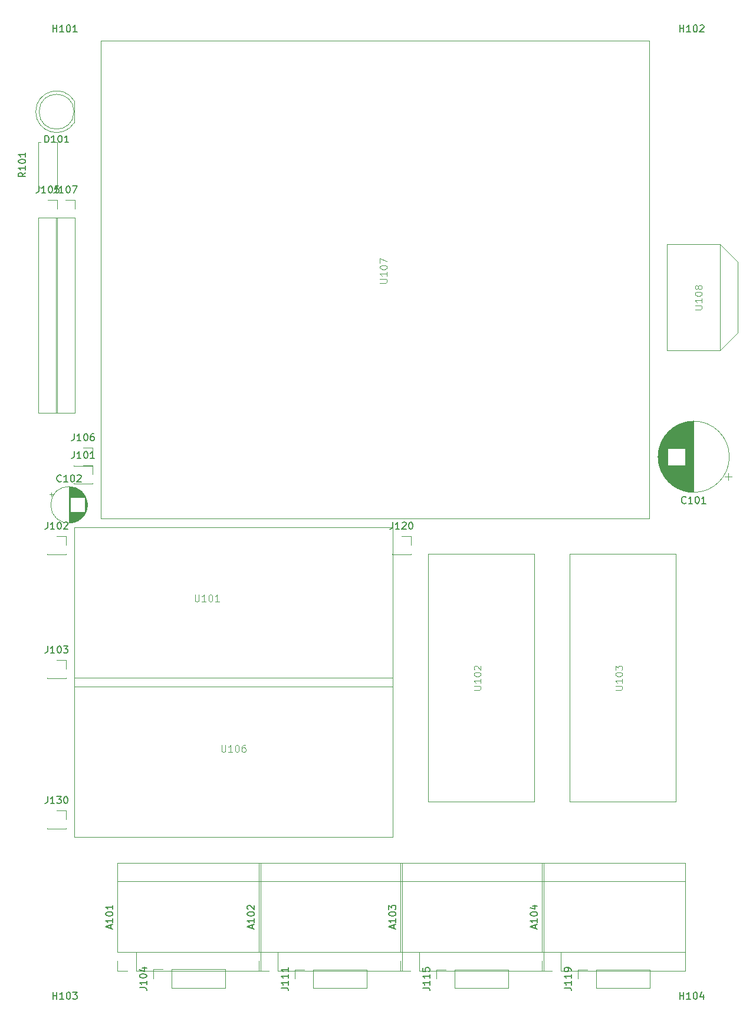
<source format=gbr>
%TF.GenerationSoftware,KiCad,Pcbnew,7.0.10*%
%TF.CreationDate,2024-04-17T19:20:19-04:00*%
%TF.ProjectId,ping_pong,70696e67-5f70-46f6-9e67-2e6b69636164,rev?*%
%TF.SameCoordinates,Original*%
%TF.FileFunction,Legend,Top*%
%TF.FilePolarity,Positive*%
%FSLAX46Y46*%
G04 Gerber Fmt 4.6, Leading zero omitted, Abs format (unit mm)*
G04 Created by KiCad (PCBNEW 7.0.10) date 2024-04-17 19:20:19*
%MOMM*%
%LPD*%
G01*
G04 APERTURE LIST*
%ADD10C,0.100000*%
%ADD11C,0.150000*%
%ADD12C,0.120000*%
G04 APERTURE END LIST*
D10*
X23685714Y-82007419D02*
X23685714Y-82816942D01*
X23685714Y-82816942D02*
X23733333Y-82912180D01*
X23733333Y-82912180D02*
X23780952Y-82959800D01*
X23780952Y-82959800D02*
X23876190Y-83007419D01*
X23876190Y-83007419D02*
X24066666Y-83007419D01*
X24066666Y-83007419D02*
X24161904Y-82959800D01*
X24161904Y-82959800D02*
X24209523Y-82912180D01*
X24209523Y-82912180D02*
X24257142Y-82816942D01*
X24257142Y-82816942D02*
X24257142Y-82007419D01*
X25257142Y-83007419D02*
X24685714Y-83007419D01*
X24971428Y-83007419D02*
X24971428Y-82007419D01*
X24971428Y-82007419D02*
X24876190Y-82150276D01*
X24876190Y-82150276D02*
X24780952Y-82245514D01*
X24780952Y-82245514D02*
X24685714Y-82293133D01*
X25876190Y-82007419D02*
X25971428Y-82007419D01*
X25971428Y-82007419D02*
X26066666Y-82055038D01*
X26066666Y-82055038D02*
X26114285Y-82102657D01*
X26114285Y-82102657D02*
X26161904Y-82197895D01*
X26161904Y-82197895D02*
X26209523Y-82388371D01*
X26209523Y-82388371D02*
X26209523Y-82626466D01*
X26209523Y-82626466D02*
X26161904Y-82816942D01*
X26161904Y-82816942D02*
X26114285Y-82912180D01*
X26114285Y-82912180D02*
X26066666Y-82959800D01*
X26066666Y-82959800D02*
X25971428Y-83007419D01*
X25971428Y-83007419D02*
X25876190Y-83007419D01*
X25876190Y-83007419D02*
X25780952Y-82959800D01*
X25780952Y-82959800D02*
X25733333Y-82912180D01*
X25733333Y-82912180D02*
X25685714Y-82816942D01*
X25685714Y-82816942D02*
X25638095Y-82626466D01*
X25638095Y-82626466D02*
X25638095Y-82388371D01*
X25638095Y-82388371D02*
X25685714Y-82197895D01*
X25685714Y-82197895D02*
X25733333Y-82102657D01*
X25733333Y-82102657D02*
X25780952Y-82055038D01*
X25780952Y-82055038D02*
X25876190Y-82007419D01*
X27161904Y-83007419D02*
X26590476Y-83007419D01*
X26876190Y-83007419D02*
X26876190Y-82007419D01*
X26876190Y-82007419D02*
X26780952Y-82150276D01*
X26780952Y-82150276D02*
X26685714Y-82245514D01*
X26685714Y-82245514D02*
X26590476Y-82293133D01*
D11*
X31919104Y-129936666D02*
X31919104Y-129460476D01*
X32204819Y-130031904D02*
X31204819Y-129698571D01*
X31204819Y-129698571D02*
X32204819Y-129365238D01*
X32204819Y-128508095D02*
X32204819Y-129079523D01*
X32204819Y-128793809D02*
X31204819Y-128793809D01*
X31204819Y-128793809D02*
X31347676Y-128889047D01*
X31347676Y-128889047D02*
X31442914Y-128984285D01*
X31442914Y-128984285D02*
X31490533Y-129079523D01*
X31204819Y-127889047D02*
X31204819Y-127793809D01*
X31204819Y-127793809D02*
X31252438Y-127698571D01*
X31252438Y-127698571D02*
X31300057Y-127650952D01*
X31300057Y-127650952D02*
X31395295Y-127603333D01*
X31395295Y-127603333D02*
X31585771Y-127555714D01*
X31585771Y-127555714D02*
X31823866Y-127555714D01*
X31823866Y-127555714D02*
X32014342Y-127603333D01*
X32014342Y-127603333D02*
X32109580Y-127650952D01*
X32109580Y-127650952D02*
X32157200Y-127698571D01*
X32157200Y-127698571D02*
X32204819Y-127793809D01*
X32204819Y-127793809D02*
X32204819Y-127889047D01*
X32204819Y-127889047D02*
X32157200Y-127984285D01*
X32157200Y-127984285D02*
X32109580Y-128031904D01*
X32109580Y-128031904D02*
X32014342Y-128079523D01*
X32014342Y-128079523D02*
X31823866Y-128127142D01*
X31823866Y-128127142D02*
X31585771Y-128127142D01*
X31585771Y-128127142D02*
X31395295Y-128079523D01*
X31395295Y-128079523D02*
X31300057Y-128031904D01*
X31300057Y-128031904D02*
X31252438Y-127984285D01*
X31252438Y-127984285D02*
X31204819Y-127889047D01*
X31300057Y-127174761D02*
X31252438Y-127127142D01*
X31252438Y-127127142D02*
X31204819Y-127031904D01*
X31204819Y-127031904D02*
X31204819Y-126793809D01*
X31204819Y-126793809D02*
X31252438Y-126698571D01*
X31252438Y-126698571D02*
X31300057Y-126650952D01*
X31300057Y-126650952D02*
X31395295Y-126603333D01*
X31395295Y-126603333D02*
X31490533Y-126603333D01*
X31490533Y-126603333D02*
X31633390Y-126650952D01*
X31633390Y-126650952D02*
X32204819Y-127222380D01*
X32204819Y-127222380D02*
X32204819Y-126603333D01*
X52239104Y-129936666D02*
X52239104Y-129460476D01*
X52524819Y-130031904D02*
X51524819Y-129698571D01*
X51524819Y-129698571D02*
X52524819Y-129365238D01*
X52524819Y-128508095D02*
X52524819Y-129079523D01*
X52524819Y-128793809D02*
X51524819Y-128793809D01*
X51524819Y-128793809D02*
X51667676Y-128889047D01*
X51667676Y-128889047D02*
X51762914Y-128984285D01*
X51762914Y-128984285D02*
X51810533Y-129079523D01*
X51524819Y-127889047D02*
X51524819Y-127793809D01*
X51524819Y-127793809D02*
X51572438Y-127698571D01*
X51572438Y-127698571D02*
X51620057Y-127650952D01*
X51620057Y-127650952D02*
X51715295Y-127603333D01*
X51715295Y-127603333D02*
X51905771Y-127555714D01*
X51905771Y-127555714D02*
X52143866Y-127555714D01*
X52143866Y-127555714D02*
X52334342Y-127603333D01*
X52334342Y-127603333D02*
X52429580Y-127650952D01*
X52429580Y-127650952D02*
X52477200Y-127698571D01*
X52477200Y-127698571D02*
X52524819Y-127793809D01*
X52524819Y-127793809D02*
X52524819Y-127889047D01*
X52524819Y-127889047D02*
X52477200Y-127984285D01*
X52477200Y-127984285D02*
X52429580Y-128031904D01*
X52429580Y-128031904D02*
X52334342Y-128079523D01*
X52334342Y-128079523D02*
X52143866Y-128127142D01*
X52143866Y-128127142D02*
X51905771Y-128127142D01*
X51905771Y-128127142D02*
X51715295Y-128079523D01*
X51715295Y-128079523D02*
X51620057Y-128031904D01*
X51620057Y-128031904D02*
X51572438Y-127984285D01*
X51572438Y-127984285D02*
X51524819Y-127889047D01*
X51524819Y-127222380D02*
X51524819Y-126603333D01*
X51524819Y-126603333D02*
X51905771Y-126936666D01*
X51905771Y-126936666D02*
X51905771Y-126793809D01*
X51905771Y-126793809D02*
X51953390Y-126698571D01*
X51953390Y-126698571D02*
X52001009Y-126650952D01*
X52001009Y-126650952D02*
X52096247Y-126603333D01*
X52096247Y-126603333D02*
X52334342Y-126603333D01*
X52334342Y-126603333D02*
X52429580Y-126650952D01*
X52429580Y-126650952D02*
X52477200Y-126698571D01*
X52477200Y-126698571D02*
X52524819Y-126793809D01*
X52524819Y-126793809D02*
X52524819Y-127079523D01*
X52524819Y-127079523D02*
X52477200Y-127174761D01*
X52477200Y-127174761D02*
X52429580Y-127222380D01*
X6334285Y-58914819D02*
X6334285Y-59629104D01*
X6334285Y-59629104D02*
X6286666Y-59771961D01*
X6286666Y-59771961D02*
X6191428Y-59867200D01*
X6191428Y-59867200D02*
X6048571Y-59914819D01*
X6048571Y-59914819D02*
X5953333Y-59914819D01*
X7334285Y-59914819D02*
X6762857Y-59914819D01*
X7048571Y-59914819D02*
X7048571Y-58914819D01*
X7048571Y-58914819D02*
X6953333Y-59057676D01*
X6953333Y-59057676D02*
X6858095Y-59152914D01*
X6858095Y-59152914D02*
X6762857Y-59200533D01*
X7953333Y-58914819D02*
X8048571Y-58914819D01*
X8048571Y-58914819D02*
X8143809Y-58962438D01*
X8143809Y-58962438D02*
X8191428Y-59010057D01*
X8191428Y-59010057D02*
X8239047Y-59105295D01*
X8239047Y-59105295D02*
X8286666Y-59295771D01*
X8286666Y-59295771D02*
X8286666Y-59533866D01*
X8286666Y-59533866D02*
X8239047Y-59724342D01*
X8239047Y-59724342D02*
X8191428Y-59819580D01*
X8191428Y-59819580D02*
X8143809Y-59867200D01*
X8143809Y-59867200D02*
X8048571Y-59914819D01*
X8048571Y-59914819D02*
X7953333Y-59914819D01*
X7953333Y-59914819D02*
X7858095Y-59867200D01*
X7858095Y-59867200D02*
X7810476Y-59819580D01*
X7810476Y-59819580D02*
X7762857Y-59724342D01*
X7762857Y-59724342D02*
X7715238Y-59533866D01*
X7715238Y-59533866D02*
X7715238Y-59295771D01*
X7715238Y-59295771D02*
X7762857Y-59105295D01*
X7762857Y-59105295D02*
X7810476Y-59010057D01*
X7810476Y-59010057D02*
X7858095Y-58962438D01*
X7858095Y-58962438D02*
X7953333Y-58914819D01*
X9143809Y-58914819D02*
X8953333Y-58914819D01*
X8953333Y-58914819D02*
X8858095Y-58962438D01*
X8858095Y-58962438D02*
X8810476Y-59010057D01*
X8810476Y-59010057D02*
X8715238Y-59152914D01*
X8715238Y-59152914D02*
X8667619Y-59343390D01*
X8667619Y-59343390D02*
X8667619Y-59724342D01*
X8667619Y-59724342D02*
X8715238Y-59819580D01*
X8715238Y-59819580D02*
X8762857Y-59867200D01*
X8762857Y-59867200D02*
X8858095Y-59914819D01*
X8858095Y-59914819D02*
X9048571Y-59914819D01*
X9048571Y-59914819D02*
X9143809Y-59867200D01*
X9143809Y-59867200D02*
X9191428Y-59819580D01*
X9191428Y-59819580D02*
X9239047Y-59724342D01*
X9239047Y-59724342D02*
X9239047Y-59486247D01*
X9239047Y-59486247D02*
X9191428Y-59391009D01*
X9191428Y-59391009D02*
X9143809Y-59343390D01*
X9143809Y-59343390D02*
X9048571Y-59295771D01*
X9048571Y-59295771D02*
X8858095Y-59295771D01*
X8858095Y-59295771D02*
X8762857Y-59343390D01*
X8762857Y-59343390D02*
X8715238Y-59391009D01*
X8715238Y-59391009D02*
X8667619Y-59486247D01*
X2119524Y-17114819D02*
X2119524Y-16114819D01*
X2119524Y-16114819D02*
X2357619Y-16114819D01*
X2357619Y-16114819D02*
X2500476Y-16162438D01*
X2500476Y-16162438D02*
X2595714Y-16257676D01*
X2595714Y-16257676D02*
X2643333Y-16352914D01*
X2643333Y-16352914D02*
X2690952Y-16543390D01*
X2690952Y-16543390D02*
X2690952Y-16686247D01*
X2690952Y-16686247D02*
X2643333Y-16876723D01*
X2643333Y-16876723D02*
X2595714Y-16971961D01*
X2595714Y-16971961D02*
X2500476Y-17067200D01*
X2500476Y-17067200D02*
X2357619Y-17114819D01*
X2357619Y-17114819D02*
X2119524Y-17114819D01*
X3643333Y-17114819D02*
X3071905Y-17114819D01*
X3357619Y-17114819D02*
X3357619Y-16114819D01*
X3357619Y-16114819D02*
X3262381Y-16257676D01*
X3262381Y-16257676D02*
X3167143Y-16352914D01*
X3167143Y-16352914D02*
X3071905Y-16400533D01*
X4262381Y-16114819D02*
X4357619Y-16114819D01*
X4357619Y-16114819D02*
X4452857Y-16162438D01*
X4452857Y-16162438D02*
X4500476Y-16210057D01*
X4500476Y-16210057D02*
X4548095Y-16305295D01*
X4548095Y-16305295D02*
X4595714Y-16495771D01*
X4595714Y-16495771D02*
X4595714Y-16733866D01*
X4595714Y-16733866D02*
X4548095Y-16924342D01*
X4548095Y-16924342D02*
X4500476Y-17019580D01*
X4500476Y-17019580D02*
X4452857Y-17067200D01*
X4452857Y-17067200D02*
X4357619Y-17114819D01*
X4357619Y-17114819D02*
X4262381Y-17114819D01*
X4262381Y-17114819D02*
X4167143Y-17067200D01*
X4167143Y-17067200D02*
X4119524Y-17019580D01*
X4119524Y-17019580D02*
X4071905Y-16924342D01*
X4071905Y-16924342D02*
X4024286Y-16733866D01*
X4024286Y-16733866D02*
X4024286Y-16495771D01*
X4024286Y-16495771D02*
X4071905Y-16305295D01*
X4071905Y-16305295D02*
X4119524Y-16210057D01*
X4119524Y-16210057D02*
X4167143Y-16162438D01*
X4167143Y-16162438D02*
X4262381Y-16114819D01*
X5548095Y-17114819D02*
X4976667Y-17114819D01*
X5262381Y-17114819D02*
X5262381Y-16114819D01*
X5262381Y-16114819D02*
X5167143Y-16257676D01*
X5167143Y-16257676D02*
X5071905Y-16352914D01*
X5071905Y-16352914D02*
X4976667Y-16400533D01*
X3285714Y-140074819D02*
X3285714Y-139074819D01*
X3285714Y-139551009D02*
X3857142Y-139551009D01*
X3857142Y-140074819D02*
X3857142Y-139074819D01*
X4857142Y-140074819D02*
X4285714Y-140074819D01*
X4571428Y-140074819D02*
X4571428Y-139074819D01*
X4571428Y-139074819D02*
X4476190Y-139217676D01*
X4476190Y-139217676D02*
X4380952Y-139312914D01*
X4380952Y-139312914D02*
X4285714Y-139360533D01*
X5476190Y-139074819D02*
X5571428Y-139074819D01*
X5571428Y-139074819D02*
X5666666Y-139122438D01*
X5666666Y-139122438D02*
X5714285Y-139170057D01*
X5714285Y-139170057D02*
X5761904Y-139265295D01*
X5761904Y-139265295D02*
X5809523Y-139455771D01*
X5809523Y-139455771D02*
X5809523Y-139693866D01*
X5809523Y-139693866D02*
X5761904Y-139884342D01*
X5761904Y-139884342D02*
X5714285Y-139979580D01*
X5714285Y-139979580D02*
X5666666Y-140027200D01*
X5666666Y-140027200D02*
X5571428Y-140074819D01*
X5571428Y-140074819D02*
X5476190Y-140074819D01*
X5476190Y-140074819D02*
X5380952Y-140027200D01*
X5380952Y-140027200D02*
X5333333Y-139979580D01*
X5333333Y-139979580D02*
X5285714Y-139884342D01*
X5285714Y-139884342D02*
X5238095Y-139693866D01*
X5238095Y-139693866D02*
X5238095Y-139455771D01*
X5238095Y-139455771D02*
X5285714Y-139265295D01*
X5285714Y-139265295D02*
X5333333Y-139170057D01*
X5333333Y-139170057D02*
X5380952Y-139122438D01*
X5380952Y-139122438D02*
X5476190Y-139074819D01*
X6142857Y-139074819D02*
X6761904Y-139074819D01*
X6761904Y-139074819D02*
X6428571Y-139455771D01*
X6428571Y-139455771D02*
X6571428Y-139455771D01*
X6571428Y-139455771D02*
X6666666Y-139503390D01*
X6666666Y-139503390D02*
X6714285Y-139551009D01*
X6714285Y-139551009D02*
X6761904Y-139646247D01*
X6761904Y-139646247D02*
X6761904Y-139884342D01*
X6761904Y-139884342D02*
X6714285Y-139979580D01*
X6714285Y-139979580D02*
X6666666Y-140027200D01*
X6666666Y-140027200D02*
X6571428Y-140074819D01*
X6571428Y-140074819D02*
X6285714Y-140074819D01*
X6285714Y-140074819D02*
X6190476Y-140027200D01*
X6190476Y-140027200D02*
X6142857Y-139979580D01*
D10*
X63727419Y-95694285D02*
X64536942Y-95694285D01*
X64536942Y-95694285D02*
X64632180Y-95646666D01*
X64632180Y-95646666D02*
X64679800Y-95599047D01*
X64679800Y-95599047D02*
X64727419Y-95503809D01*
X64727419Y-95503809D02*
X64727419Y-95313333D01*
X64727419Y-95313333D02*
X64679800Y-95218095D01*
X64679800Y-95218095D02*
X64632180Y-95170476D01*
X64632180Y-95170476D02*
X64536942Y-95122857D01*
X64536942Y-95122857D02*
X63727419Y-95122857D01*
X64727419Y-94122857D02*
X64727419Y-94694285D01*
X64727419Y-94408571D02*
X63727419Y-94408571D01*
X63727419Y-94408571D02*
X63870276Y-94503809D01*
X63870276Y-94503809D02*
X63965514Y-94599047D01*
X63965514Y-94599047D02*
X64013133Y-94694285D01*
X63727419Y-93503809D02*
X63727419Y-93408571D01*
X63727419Y-93408571D02*
X63775038Y-93313333D01*
X63775038Y-93313333D02*
X63822657Y-93265714D01*
X63822657Y-93265714D02*
X63917895Y-93218095D01*
X63917895Y-93218095D02*
X64108371Y-93170476D01*
X64108371Y-93170476D02*
X64346466Y-93170476D01*
X64346466Y-93170476D02*
X64536942Y-93218095D01*
X64536942Y-93218095D02*
X64632180Y-93265714D01*
X64632180Y-93265714D02*
X64679800Y-93313333D01*
X64679800Y-93313333D02*
X64727419Y-93408571D01*
X64727419Y-93408571D02*
X64727419Y-93503809D01*
X64727419Y-93503809D02*
X64679800Y-93599047D01*
X64679800Y-93599047D02*
X64632180Y-93646666D01*
X64632180Y-93646666D02*
X64536942Y-93694285D01*
X64536942Y-93694285D02*
X64346466Y-93741904D01*
X64346466Y-93741904D02*
X64108371Y-93741904D01*
X64108371Y-93741904D02*
X63917895Y-93694285D01*
X63917895Y-93694285D02*
X63822657Y-93646666D01*
X63822657Y-93646666D02*
X63775038Y-93599047D01*
X63775038Y-93599047D02*
X63727419Y-93503809D01*
X63822657Y-92789523D02*
X63775038Y-92741904D01*
X63775038Y-92741904D02*
X63727419Y-92646666D01*
X63727419Y-92646666D02*
X63727419Y-92408571D01*
X63727419Y-92408571D02*
X63775038Y-92313333D01*
X63775038Y-92313333D02*
X63822657Y-92265714D01*
X63822657Y-92265714D02*
X63917895Y-92218095D01*
X63917895Y-92218095D02*
X64013133Y-92218095D01*
X64013133Y-92218095D02*
X64155990Y-92265714D01*
X64155990Y-92265714D02*
X64727419Y-92837142D01*
X64727419Y-92837142D02*
X64727419Y-92218095D01*
D11*
X56374819Y-138455714D02*
X57089104Y-138455714D01*
X57089104Y-138455714D02*
X57231961Y-138503333D01*
X57231961Y-138503333D02*
X57327200Y-138598571D01*
X57327200Y-138598571D02*
X57374819Y-138741428D01*
X57374819Y-138741428D02*
X57374819Y-138836666D01*
X57374819Y-137455714D02*
X57374819Y-138027142D01*
X57374819Y-137741428D02*
X56374819Y-137741428D01*
X56374819Y-137741428D02*
X56517676Y-137836666D01*
X56517676Y-137836666D02*
X56612914Y-137931904D01*
X56612914Y-137931904D02*
X56660533Y-138027142D01*
X57374819Y-136503333D02*
X57374819Y-137074761D01*
X57374819Y-136789047D02*
X56374819Y-136789047D01*
X56374819Y-136789047D02*
X56517676Y-136884285D01*
X56517676Y-136884285D02*
X56612914Y-136979523D01*
X56612914Y-136979523D02*
X56660533Y-137074761D01*
X56374819Y-135598571D02*
X56374819Y-136074761D01*
X56374819Y-136074761D02*
X56851009Y-136122380D01*
X56851009Y-136122380D02*
X56803390Y-136074761D01*
X56803390Y-136074761D02*
X56755771Y-135979523D01*
X56755771Y-135979523D02*
X56755771Y-135741428D01*
X56755771Y-135741428D02*
X56803390Y-135646190D01*
X56803390Y-135646190D02*
X56851009Y-135598571D01*
X56851009Y-135598571D02*
X56946247Y-135550952D01*
X56946247Y-135550952D02*
X57184342Y-135550952D01*
X57184342Y-135550952D02*
X57279580Y-135598571D01*
X57279580Y-135598571D02*
X57327200Y-135646190D01*
X57327200Y-135646190D02*
X57374819Y-135741428D01*
X57374819Y-135741428D02*
X57374819Y-135979523D01*
X57374819Y-135979523D02*
X57327200Y-136074761D01*
X57327200Y-136074761D02*
X57279580Y-136122380D01*
X-645180Y-21439047D02*
X-1121371Y-21772380D01*
X-645180Y-22010475D02*
X-1645180Y-22010475D01*
X-1645180Y-22010475D02*
X-1645180Y-21629523D01*
X-1645180Y-21629523D02*
X-1597561Y-21534285D01*
X-1597561Y-21534285D02*
X-1549942Y-21486666D01*
X-1549942Y-21486666D02*
X-1454704Y-21439047D01*
X-1454704Y-21439047D02*
X-1311847Y-21439047D01*
X-1311847Y-21439047D02*
X-1216609Y-21486666D01*
X-1216609Y-21486666D02*
X-1168990Y-21534285D01*
X-1168990Y-21534285D02*
X-1121371Y-21629523D01*
X-1121371Y-21629523D02*
X-1121371Y-22010475D01*
X-645180Y-20486666D02*
X-645180Y-21058094D01*
X-645180Y-20772380D02*
X-1645180Y-20772380D01*
X-1645180Y-20772380D02*
X-1502323Y-20867618D01*
X-1502323Y-20867618D02*
X-1407085Y-20962856D01*
X-1407085Y-20962856D02*
X-1359466Y-21058094D01*
X-1645180Y-19867618D02*
X-1645180Y-19772380D01*
X-1645180Y-19772380D02*
X-1597561Y-19677142D01*
X-1597561Y-19677142D02*
X-1549942Y-19629523D01*
X-1549942Y-19629523D02*
X-1454704Y-19581904D01*
X-1454704Y-19581904D02*
X-1264228Y-19534285D01*
X-1264228Y-19534285D02*
X-1026133Y-19534285D01*
X-1026133Y-19534285D02*
X-835657Y-19581904D01*
X-835657Y-19581904D02*
X-740419Y-19629523D01*
X-740419Y-19629523D02*
X-692800Y-19677142D01*
X-692800Y-19677142D02*
X-645180Y-19772380D01*
X-645180Y-19772380D02*
X-645180Y-19867618D01*
X-645180Y-19867618D02*
X-692800Y-19962856D01*
X-692800Y-19962856D02*
X-740419Y-20010475D01*
X-740419Y-20010475D02*
X-835657Y-20058094D01*
X-835657Y-20058094D02*
X-1026133Y-20105713D01*
X-1026133Y-20105713D02*
X-1264228Y-20105713D01*
X-1264228Y-20105713D02*
X-1454704Y-20058094D01*
X-1454704Y-20058094D02*
X-1549942Y-20010475D01*
X-1549942Y-20010475D02*
X-1597561Y-19962856D01*
X-1597561Y-19962856D02*
X-1645180Y-19867618D01*
X-645180Y-18581904D02*
X-645180Y-19153332D01*
X-645180Y-18867618D02*
X-1645180Y-18867618D01*
X-1645180Y-18867618D02*
X-1502323Y-18962856D01*
X-1502323Y-18962856D02*
X-1407085Y-19058094D01*
X-1407085Y-19058094D02*
X-1359466Y-19153332D01*
X11599104Y-129936666D02*
X11599104Y-129460476D01*
X11884819Y-130031904D02*
X10884819Y-129698571D01*
X10884819Y-129698571D02*
X11884819Y-129365238D01*
X11884819Y-128508095D02*
X11884819Y-129079523D01*
X11884819Y-128793809D02*
X10884819Y-128793809D01*
X10884819Y-128793809D02*
X11027676Y-128889047D01*
X11027676Y-128889047D02*
X11122914Y-128984285D01*
X11122914Y-128984285D02*
X11170533Y-129079523D01*
X10884819Y-127889047D02*
X10884819Y-127793809D01*
X10884819Y-127793809D02*
X10932438Y-127698571D01*
X10932438Y-127698571D02*
X10980057Y-127650952D01*
X10980057Y-127650952D02*
X11075295Y-127603333D01*
X11075295Y-127603333D02*
X11265771Y-127555714D01*
X11265771Y-127555714D02*
X11503866Y-127555714D01*
X11503866Y-127555714D02*
X11694342Y-127603333D01*
X11694342Y-127603333D02*
X11789580Y-127650952D01*
X11789580Y-127650952D02*
X11837200Y-127698571D01*
X11837200Y-127698571D02*
X11884819Y-127793809D01*
X11884819Y-127793809D02*
X11884819Y-127889047D01*
X11884819Y-127889047D02*
X11837200Y-127984285D01*
X11837200Y-127984285D02*
X11789580Y-128031904D01*
X11789580Y-128031904D02*
X11694342Y-128079523D01*
X11694342Y-128079523D02*
X11503866Y-128127142D01*
X11503866Y-128127142D02*
X11265771Y-128127142D01*
X11265771Y-128127142D02*
X11075295Y-128079523D01*
X11075295Y-128079523D02*
X10980057Y-128031904D01*
X10980057Y-128031904D02*
X10932438Y-127984285D01*
X10932438Y-127984285D02*
X10884819Y-127889047D01*
X11884819Y-126603333D02*
X11884819Y-127174761D01*
X11884819Y-126889047D02*
X10884819Y-126889047D01*
X10884819Y-126889047D02*
X11027676Y-126984285D01*
X11027676Y-126984285D02*
X11122914Y-127079523D01*
X11122914Y-127079523D02*
X11170533Y-127174761D01*
D10*
X27495714Y-103597419D02*
X27495714Y-104406942D01*
X27495714Y-104406942D02*
X27543333Y-104502180D01*
X27543333Y-104502180D02*
X27590952Y-104549800D01*
X27590952Y-104549800D02*
X27686190Y-104597419D01*
X27686190Y-104597419D02*
X27876666Y-104597419D01*
X27876666Y-104597419D02*
X27971904Y-104549800D01*
X27971904Y-104549800D02*
X28019523Y-104502180D01*
X28019523Y-104502180D02*
X28067142Y-104406942D01*
X28067142Y-104406942D02*
X28067142Y-103597419D01*
X29067142Y-104597419D02*
X28495714Y-104597419D01*
X28781428Y-104597419D02*
X28781428Y-103597419D01*
X28781428Y-103597419D02*
X28686190Y-103740276D01*
X28686190Y-103740276D02*
X28590952Y-103835514D01*
X28590952Y-103835514D02*
X28495714Y-103883133D01*
X29686190Y-103597419D02*
X29781428Y-103597419D01*
X29781428Y-103597419D02*
X29876666Y-103645038D01*
X29876666Y-103645038D02*
X29924285Y-103692657D01*
X29924285Y-103692657D02*
X29971904Y-103787895D01*
X29971904Y-103787895D02*
X30019523Y-103978371D01*
X30019523Y-103978371D02*
X30019523Y-104216466D01*
X30019523Y-104216466D02*
X29971904Y-104406942D01*
X29971904Y-104406942D02*
X29924285Y-104502180D01*
X29924285Y-104502180D02*
X29876666Y-104549800D01*
X29876666Y-104549800D02*
X29781428Y-104597419D01*
X29781428Y-104597419D02*
X29686190Y-104597419D01*
X29686190Y-104597419D02*
X29590952Y-104549800D01*
X29590952Y-104549800D02*
X29543333Y-104502180D01*
X29543333Y-104502180D02*
X29495714Y-104406942D01*
X29495714Y-104406942D02*
X29448095Y-104216466D01*
X29448095Y-104216466D02*
X29448095Y-103978371D01*
X29448095Y-103978371D02*
X29495714Y-103787895D01*
X29495714Y-103787895D02*
X29543333Y-103692657D01*
X29543333Y-103692657D02*
X29590952Y-103645038D01*
X29590952Y-103645038D02*
X29686190Y-103597419D01*
X30876666Y-103597419D02*
X30686190Y-103597419D01*
X30686190Y-103597419D02*
X30590952Y-103645038D01*
X30590952Y-103645038D02*
X30543333Y-103692657D01*
X30543333Y-103692657D02*
X30448095Y-103835514D01*
X30448095Y-103835514D02*
X30400476Y-104025990D01*
X30400476Y-104025990D02*
X30400476Y-104406942D01*
X30400476Y-104406942D02*
X30448095Y-104502180D01*
X30448095Y-104502180D02*
X30495714Y-104549800D01*
X30495714Y-104549800D02*
X30590952Y-104597419D01*
X30590952Y-104597419D02*
X30781428Y-104597419D01*
X30781428Y-104597419D02*
X30876666Y-104549800D01*
X30876666Y-104549800D02*
X30924285Y-104502180D01*
X30924285Y-104502180D02*
X30971904Y-104406942D01*
X30971904Y-104406942D02*
X30971904Y-104168847D01*
X30971904Y-104168847D02*
X30924285Y-104073609D01*
X30924285Y-104073609D02*
X30876666Y-104025990D01*
X30876666Y-104025990D02*
X30781428Y-103978371D01*
X30781428Y-103978371D02*
X30590952Y-103978371D01*
X30590952Y-103978371D02*
X30495714Y-104025990D01*
X30495714Y-104025990D02*
X30448095Y-104073609D01*
X30448095Y-104073609D02*
X30400476Y-104168847D01*
D11*
X76694819Y-138455714D02*
X77409104Y-138455714D01*
X77409104Y-138455714D02*
X77551961Y-138503333D01*
X77551961Y-138503333D02*
X77647200Y-138598571D01*
X77647200Y-138598571D02*
X77694819Y-138741428D01*
X77694819Y-138741428D02*
X77694819Y-138836666D01*
X77694819Y-137455714D02*
X77694819Y-138027142D01*
X77694819Y-137741428D02*
X76694819Y-137741428D01*
X76694819Y-137741428D02*
X76837676Y-137836666D01*
X76837676Y-137836666D02*
X76932914Y-137931904D01*
X76932914Y-137931904D02*
X76980533Y-138027142D01*
X77694819Y-136503333D02*
X77694819Y-137074761D01*
X77694819Y-136789047D02*
X76694819Y-136789047D01*
X76694819Y-136789047D02*
X76837676Y-136884285D01*
X76837676Y-136884285D02*
X76932914Y-136979523D01*
X76932914Y-136979523D02*
X76980533Y-137074761D01*
X77694819Y-136027142D02*
X77694819Y-135836666D01*
X77694819Y-135836666D02*
X77647200Y-135741428D01*
X77647200Y-135741428D02*
X77599580Y-135693809D01*
X77599580Y-135693809D02*
X77456723Y-135598571D01*
X77456723Y-135598571D02*
X77266247Y-135550952D01*
X77266247Y-135550952D02*
X76885295Y-135550952D01*
X76885295Y-135550952D02*
X76790057Y-135598571D01*
X76790057Y-135598571D02*
X76742438Y-135646190D01*
X76742438Y-135646190D02*
X76694819Y-135741428D01*
X76694819Y-135741428D02*
X76694819Y-135931904D01*
X76694819Y-135931904D02*
X76742438Y-136027142D01*
X76742438Y-136027142D02*
X76790057Y-136074761D01*
X76790057Y-136074761D02*
X76885295Y-136122380D01*
X76885295Y-136122380D02*
X77123390Y-136122380D01*
X77123390Y-136122380D02*
X77218628Y-136074761D01*
X77218628Y-136074761D02*
X77266247Y-136027142D01*
X77266247Y-136027142D02*
X77313866Y-135931904D01*
X77313866Y-135931904D02*
X77313866Y-135741428D01*
X77313866Y-135741428D02*
X77266247Y-135646190D01*
X77266247Y-135646190D02*
X77218628Y-135598571D01*
X77218628Y-135598571D02*
X77123390Y-135550952D01*
X6334285Y-61454819D02*
X6334285Y-62169104D01*
X6334285Y-62169104D02*
X6286666Y-62311961D01*
X6286666Y-62311961D02*
X6191428Y-62407200D01*
X6191428Y-62407200D02*
X6048571Y-62454819D01*
X6048571Y-62454819D02*
X5953333Y-62454819D01*
X7334285Y-62454819D02*
X6762857Y-62454819D01*
X7048571Y-62454819D02*
X7048571Y-61454819D01*
X7048571Y-61454819D02*
X6953333Y-61597676D01*
X6953333Y-61597676D02*
X6858095Y-61692914D01*
X6858095Y-61692914D02*
X6762857Y-61740533D01*
X7953333Y-61454819D02*
X8048571Y-61454819D01*
X8048571Y-61454819D02*
X8143809Y-61502438D01*
X8143809Y-61502438D02*
X8191428Y-61550057D01*
X8191428Y-61550057D02*
X8239047Y-61645295D01*
X8239047Y-61645295D02*
X8286666Y-61835771D01*
X8286666Y-61835771D02*
X8286666Y-62073866D01*
X8286666Y-62073866D02*
X8239047Y-62264342D01*
X8239047Y-62264342D02*
X8191428Y-62359580D01*
X8191428Y-62359580D02*
X8143809Y-62407200D01*
X8143809Y-62407200D02*
X8048571Y-62454819D01*
X8048571Y-62454819D02*
X7953333Y-62454819D01*
X7953333Y-62454819D02*
X7858095Y-62407200D01*
X7858095Y-62407200D02*
X7810476Y-62359580D01*
X7810476Y-62359580D02*
X7762857Y-62264342D01*
X7762857Y-62264342D02*
X7715238Y-62073866D01*
X7715238Y-62073866D02*
X7715238Y-61835771D01*
X7715238Y-61835771D02*
X7762857Y-61645295D01*
X7762857Y-61645295D02*
X7810476Y-61550057D01*
X7810476Y-61550057D02*
X7858095Y-61502438D01*
X7858095Y-61502438D02*
X7953333Y-61454819D01*
X9239047Y-62454819D02*
X8667619Y-62454819D01*
X8953333Y-62454819D02*
X8953333Y-61454819D01*
X8953333Y-61454819D02*
X8858095Y-61597676D01*
X8858095Y-61597676D02*
X8762857Y-61692914D01*
X8762857Y-61692914D02*
X8667619Y-61740533D01*
D10*
X50257419Y-37274285D02*
X51066942Y-37274285D01*
X51066942Y-37274285D02*
X51162180Y-37226666D01*
X51162180Y-37226666D02*
X51209800Y-37179047D01*
X51209800Y-37179047D02*
X51257419Y-37083809D01*
X51257419Y-37083809D02*
X51257419Y-36893333D01*
X51257419Y-36893333D02*
X51209800Y-36798095D01*
X51209800Y-36798095D02*
X51162180Y-36750476D01*
X51162180Y-36750476D02*
X51066942Y-36702857D01*
X51066942Y-36702857D02*
X50257419Y-36702857D01*
X51257419Y-35702857D02*
X51257419Y-36274285D01*
X51257419Y-35988571D02*
X50257419Y-35988571D01*
X50257419Y-35988571D02*
X50400276Y-36083809D01*
X50400276Y-36083809D02*
X50495514Y-36179047D01*
X50495514Y-36179047D02*
X50543133Y-36274285D01*
X50257419Y-35083809D02*
X50257419Y-34988571D01*
X50257419Y-34988571D02*
X50305038Y-34893333D01*
X50305038Y-34893333D02*
X50352657Y-34845714D01*
X50352657Y-34845714D02*
X50447895Y-34798095D01*
X50447895Y-34798095D02*
X50638371Y-34750476D01*
X50638371Y-34750476D02*
X50876466Y-34750476D01*
X50876466Y-34750476D02*
X51066942Y-34798095D01*
X51066942Y-34798095D02*
X51162180Y-34845714D01*
X51162180Y-34845714D02*
X51209800Y-34893333D01*
X51209800Y-34893333D02*
X51257419Y-34988571D01*
X51257419Y-34988571D02*
X51257419Y-35083809D01*
X51257419Y-35083809D02*
X51209800Y-35179047D01*
X51209800Y-35179047D02*
X51162180Y-35226666D01*
X51162180Y-35226666D02*
X51066942Y-35274285D01*
X51066942Y-35274285D02*
X50876466Y-35321904D01*
X50876466Y-35321904D02*
X50638371Y-35321904D01*
X50638371Y-35321904D02*
X50447895Y-35274285D01*
X50447895Y-35274285D02*
X50352657Y-35226666D01*
X50352657Y-35226666D02*
X50305038Y-35179047D01*
X50305038Y-35179047D02*
X50257419Y-35083809D01*
X50257419Y-34417142D02*
X50257419Y-33750476D01*
X50257419Y-33750476D02*
X51257419Y-34179047D01*
D11*
X93285714Y-140074819D02*
X93285714Y-139074819D01*
X93285714Y-139551009D02*
X93857142Y-139551009D01*
X93857142Y-140074819D02*
X93857142Y-139074819D01*
X94857142Y-140074819D02*
X94285714Y-140074819D01*
X94571428Y-140074819D02*
X94571428Y-139074819D01*
X94571428Y-139074819D02*
X94476190Y-139217676D01*
X94476190Y-139217676D02*
X94380952Y-139312914D01*
X94380952Y-139312914D02*
X94285714Y-139360533D01*
X95476190Y-139074819D02*
X95571428Y-139074819D01*
X95571428Y-139074819D02*
X95666666Y-139122438D01*
X95666666Y-139122438D02*
X95714285Y-139170057D01*
X95714285Y-139170057D02*
X95761904Y-139265295D01*
X95761904Y-139265295D02*
X95809523Y-139455771D01*
X95809523Y-139455771D02*
X95809523Y-139693866D01*
X95809523Y-139693866D02*
X95761904Y-139884342D01*
X95761904Y-139884342D02*
X95714285Y-139979580D01*
X95714285Y-139979580D02*
X95666666Y-140027200D01*
X95666666Y-140027200D02*
X95571428Y-140074819D01*
X95571428Y-140074819D02*
X95476190Y-140074819D01*
X95476190Y-140074819D02*
X95380952Y-140027200D01*
X95380952Y-140027200D02*
X95333333Y-139979580D01*
X95333333Y-139979580D02*
X95285714Y-139884342D01*
X95285714Y-139884342D02*
X95238095Y-139693866D01*
X95238095Y-139693866D02*
X95238095Y-139455771D01*
X95238095Y-139455771D02*
X95285714Y-139265295D01*
X95285714Y-139265295D02*
X95333333Y-139170057D01*
X95333333Y-139170057D02*
X95380952Y-139122438D01*
X95380952Y-139122438D02*
X95476190Y-139074819D01*
X96666666Y-139408152D02*
X96666666Y-140074819D01*
X96428571Y-139027200D02*
X96190476Y-139741485D01*
X96190476Y-139741485D02*
X96809523Y-139741485D01*
D10*
X84047419Y-95694285D02*
X84856942Y-95694285D01*
X84856942Y-95694285D02*
X84952180Y-95646666D01*
X84952180Y-95646666D02*
X84999800Y-95599047D01*
X84999800Y-95599047D02*
X85047419Y-95503809D01*
X85047419Y-95503809D02*
X85047419Y-95313333D01*
X85047419Y-95313333D02*
X84999800Y-95218095D01*
X84999800Y-95218095D02*
X84952180Y-95170476D01*
X84952180Y-95170476D02*
X84856942Y-95122857D01*
X84856942Y-95122857D02*
X84047419Y-95122857D01*
X85047419Y-94122857D02*
X85047419Y-94694285D01*
X85047419Y-94408571D02*
X84047419Y-94408571D01*
X84047419Y-94408571D02*
X84190276Y-94503809D01*
X84190276Y-94503809D02*
X84285514Y-94599047D01*
X84285514Y-94599047D02*
X84333133Y-94694285D01*
X84047419Y-93503809D02*
X84047419Y-93408571D01*
X84047419Y-93408571D02*
X84095038Y-93313333D01*
X84095038Y-93313333D02*
X84142657Y-93265714D01*
X84142657Y-93265714D02*
X84237895Y-93218095D01*
X84237895Y-93218095D02*
X84428371Y-93170476D01*
X84428371Y-93170476D02*
X84666466Y-93170476D01*
X84666466Y-93170476D02*
X84856942Y-93218095D01*
X84856942Y-93218095D02*
X84952180Y-93265714D01*
X84952180Y-93265714D02*
X84999800Y-93313333D01*
X84999800Y-93313333D02*
X85047419Y-93408571D01*
X85047419Y-93408571D02*
X85047419Y-93503809D01*
X85047419Y-93503809D02*
X84999800Y-93599047D01*
X84999800Y-93599047D02*
X84952180Y-93646666D01*
X84952180Y-93646666D02*
X84856942Y-93694285D01*
X84856942Y-93694285D02*
X84666466Y-93741904D01*
X84666466Y-93741904D02*
X84428371Y-93741904D01*
X84428371Y-93741904D02*
X84237895Y-93694285D01*
X84237895Y-93694285D02*
X84142657Y-93646666D01*
X84142657Y-93646666D02*
X84095038Y-93599047D01*
X84095038Y-93599047D02*
X84047419Y-93503809D01*
X84047419Y-92837142D02*
X84047419Y-92218095D01*
X84047419Y-92218095D02*
X84428371Y-92551428D01*
X84428371Y-92551428D02*
X84428371Y-92408571D01*
X84428371Y-92408571D02*
X84475990Y-92313333D01*
X84475990Y-92313333D02*
X84523609Y-92265714D01*
X84523609Y-92265714D02*
X84618847Y-92218095D01*
X84618847Y-92218095D02*
X84856942Y-92218095D01*
X84856942Y-92218095D02*
X84952180Y-92265714D01*
X84952180Y-92265714D02*
X84999800Y-92313333D01*
X84999800Y-92313333D02*
X85047419Y-92408571D01*
X85047419Y-92408571D02*
X85047419Y-92694285D01*
X85047419Y-92694285D02*
X84999800Y-92789523D01*
X84999800Y-92789523D02*
X84952180Y-92837142D01*
D11*
X4480952Y-65729580D02*
X4433333Y-65777200D01*
X4433333Y-65777200D02*
X4290476Y-65824819D01*
X4290476Y-65824819D02*
X4195238Y-65824819D01*
X4195238Y-65824819D02*
X4052381Y-65777200D01*
X4052381Y-65777200D02*
X3957143Y-65681961D01*
X3957143Y-65681961D02*
X3909524Y-65586723D01*
X3909524Y-65586723D02*
X3861905Y-65396247D01*
X3861905Y-65396247D02*
X3861905Y-65253390D01*
X3861905Y-65253390D02*
X3909524Y-65062914D01*
X3909524Y-65062914D02*
X3957143Y-64967676D01*
X3957143Y-64967676D02*
X4052381Y-64872438D01*
X4052381Y-64872438D02*
X4195238Y-64824819D01*
X4195238Y-64824819D02*
X4290476Y-64824819D01*
X4290476Y-64824819D02*
X4433333Y-64872438D01*
X4433333Y-64872438D02*
X4480952Y-64920057D01*
X5433333Y-65824819D02*
X4861905Y-65824819D01*
X5147619Y-65824819D02*
X5147619Y-64824819D01*
X5147619Y-64824819D02*
X5052381Y-64967676D01*
X5052381Y-64967676D02*
X4957143Y-65062914D01*
X4957143Y-65062914D02*
X4861905Y-65110533D01*
X6052381Y-64824819D02*
X6147619Y-64824819D01*
X6147619Y-64824819D02*
X6242857Y-64872438D01*
X6242857Y-64872438D02*
X6290476Y-64920057D01*
X6290476Y-64920057D02*
X6338095Y-65015295D01*
X6338095Y-65015295D02*
X6385714Y-65205771D01*
X6385714Y-65205771D02*
X6385714Y-65443866D01*
X6385714Y-65443866D02*
X6338095Y-65634342D01*
X6338095Y-65634342D02*
X6290476Y-65729580D01*
X6290476Y-65729580D02*
X6242857Y-65777200D01*
X6242857Y-65777200D02*
X6147619Y-65824819D01*
X6147619Y-65824819D02*
X6052381Y-65824819D01*
X6052381Y-65824819D02*
X5957143Y-65777200D01*
X5957143Y-65777200D02*
X5909524Y-65729580D01*
X5909524Y-65729580D02*
X5861905Y-65634342D01*
X5861905Y-65634342D02*
X5814286Y-65443866D01*
X5814286Y-65443866D02*
X5814286Y-65205771D01*
X5814286Y-65205771D02*
X5861905Y-65015295D01*
X5861905Y-65015295D02*
X5909524Y-64920057D01*
X5909524Y-64920057D02*
X5957143Y-64872438D01*
X5957143Y-64872438D02*
X6052381Y-64824819D01*
X6766667Y-64920057D02*
X6814286Y-64872438D01*
X6814286Y-64872438D02*
X6909524Y-64824819D01*
X6909524Y-64824819D02*
X7147619Y-64824819D01*
X7147619Y-64824819D02*
X7242857Y-64872438D01*
X7242857Y-64872438D02*
X7290476Y-64920057D01*
X7290476Y-64920057D02*
X7338095Y-65015295D01*
X7338095Y-65015295D02*
X7338095Y-65110533D01*
X7338095Y-65110533D02*
X7290476Y-65253390D01*
X7290476Y-65253390D02*
X6719048Y-65824819D01*
X6719048Y-65824819D02*
X7338095Y-65824819D01*
X15744819Y-138430714D02*
X16459104Y-138430714D01*
X16459104Y-138430714D02*
X16601961Y-138478333D01*
X16601961Y-138478333D02*
X16697200Y-138573571D01*
X16697200Y-138573571D02*
X16744819Y-138716428D01*
X16744819Y-138716428D02*
X16744819Y-138811666D01*
X16744819Y-137430714D02*
X16744819Y-138002142D01*
X16744819Y-137716428D02*
X15744819Y-137716428D01*
X15744819Y-137716428D02*
X15887676Y-137811666D01*
X15887676Y-137811666D02*
X15982914Y-137906904D01*
X15982914Y-137906904D02*
X16030533Y-138002142D01*
X15744819Y-136811666D02*
X15744819Y-136716428D01*
X15744819Y-136716428D02*
X15792438Y-136621190D01*
X15792438Y-136621190D02*
X15840057Y-136573571D01*
X15840057Y-136573571D02*
X15935295Y-136525952D01*
X15935295Y-136525952D02*
X16125771Y-136478333D01*
X16125771Y-136478333D02*
X16363866Y-136478333D01*
X16363866Y-136478333D02*
X16554342Y-136525952D01*
X16554342Y-136525952D02*
X16649580Y-136573571D01*
X16649580Y-136573571D02*
X16697200Y-136621190D01*
X16697200Y-136621190D02*
X16744819Y-136716428D01*
X16744819Y-136716428D02*
X16744819Y-136811666D01*
X16744819Y-136811666D02*
X16697200Y-136906904D01*
X16697200Y-136906904D02*
X16649580Y-136954523D01*
X16649580Y-136954523D02*
X16554342Y-137002142D01*
X16554342Y-137002142D02*
X16363866Y-137049761D01*
X16363866Y-137049761D02*
X16125771Y-137049761D01*
X16125771Y-137049761D02*
X15935295Y-137002142D01*
X15935295Y-137002142D02*
X15840057Y-136954523D01*
X15840057Y-136954523D02*
X15792438Y-136906904D01*
X15792438Y-136906904D02*
X15744819Y-136811666D01*
X16078152Y-135621190D02*
X16744819Y-135621190D01*
X15697200Y-135859285D02*
X16411485Y-136097380D01*
X16411485Y-136097380D02*
X16411485Y-135478333D01*
X2524285Y-110984819D02*
X2524285Y-111699104D01*
X2524285Y-111699104D02*
X2476666Y-111841961D01*
X2476666Y-111841961D02*
X2381428Y-111937200D01*
X2381428Y-111937200D02*
X2238571Y-111984819D01*
X2238571Y-111984819D02*
X2143333Y-111984819D01*
X3524285Y-111984819D02*
X2952857Y-111984819D01*
X3238571Y-111984819D02*
X3238571Y-110984819D01*
X3238571Y-110984819D02*
X3143333Y-111127676D01*
X3143333Y-111127676D02*
X3048095Y-111222914D01*
X3048095Y-111222914D02*
X2952857Y-111270533D01*
X3857619Y-110984819D02*
X4476666Y-110984819D01*
X4476666Y-110984819D02*
X4143333Y-111365771D01*
X4143333Y-111365771D02*
X4286190Y-111365771D01*
X4286190Y-111365771D02*
X4381428Y-111413390D01*
X4381428Y-111413390D02*
X4429047Y-111461009D01*
X4429047Y-111461009D02*
X4476666Y-111556247D01*
X4476666Y-111556247D02*
X4476666Y-111794342D01*
X4476666Y-111794342D02*
X4429047Y-111889580D01*
X4429047Y-111889580D02*
X4381428Y-111937200D01*
X4381428Y-111937200D02*
X4286190Y-111984819D01*
X4286190Y-111984819D02*
X4000476Y-111984819D01*
X4000476Y-111984819D02*
X3905238Y-111937200D01*
X3905238Y-111937200D02*
X3857619Y-111889580D01*
X5095714Y-110984819D02*
X5190952Y-110984819D01*
X5190952Y-110984819D02*
X5286190Y-111032438D01*
X5286190Y-111032438D02*
X5333809Y-111080057D01*
X5333809Y-111080057D02*
X5381428Y-111175295D01*
X5381428Y-111175295D02*
X5429047Y-111365771D01*
X5429047Y-111365771D02*
X5429047Y-111603866D01*
X5429047Y-111603866D02*
X5381428Y-111794342D01*
X5381428Y-111794342D02*
X5333809Y-111889580D01*
X5333809Y-111889580D02*
X5286190Y-111937200D01*
X5286190Y-111937200D02*
X5190952Y-111984819D01*
X5190952Y-111984819D02*
X5095714Y-111984819D01*
X5095714Y-111984819D02*
X5000476Y-111937200D01*
X5000476Y-111937200D02*
X4952857Y-111889580D01*
X4952857Y-111889580D02*
X4905238Y-111794342D01*
X4905238Y-111794342D02*
X4857619Y-111603866D01*
X4857619Y-111603866D02*
X4857619Y-111365771D01*
X4857619Y-111365771D02*
X4905238Y-111175295D01*
X4905238Y-111175295D02*
X4952857Y-111080057D01*
X4952857Y-111080057D02*
X5000476Y-111032438D01*
X5000476Y-111032438D02*
X5095714Y-110984819D01*
X3794285Y-23354819D02*
X3794285Y-24069104D01*
X3794285Y-24069104D02*
X3746666Y-24211961D01*
X3746666Y-24211961D02*
X3651428Y-24307200D01*
X3651428Y-24307200D02*
X3508571Y-24354819D01*
X3508571Y-24354819D02*
X3413333Y-24354819D01*
X4794285Y-24354819D02*
X4222857Y-24354819D01*
X4508571Y-24354819D02*
X4508571Y-23354819D01*
X4508571Y-23354819D02*
X4413333Y-23497676D01*
X4413333Y-23497676D02*
X4318095Y-23592914D01*
X4318095Y-23592914D02*
X4222857Y-23640533D01*
X5413333Y-23354819D02*
X5508571Y-23354819D01*
X5508571Y-23354819D02*
X5603809Y-23402438D01*
X5603809Y-23402438D02*
X5651428Y-23450057D01*
X5651428Y-23450057D02*
X5699047Y-23545295D01*
X5699047Y-23545295D02*
X5746666Y-23735771D01*
X5746666Y-23735771D02*
X5746666Y-23973866D01*
X5746666Y-23973866D02*
X5699047Y-24164342D01*
X5699047Y-24164342D02*
X5651428Y-24259580D01*
X5651428Y-24259580D02*
X5603809Y-24307200D01*
X5603809Y-24307200D02*
X5508571Y-24354819D01*
X5508571Y-24354819D02*
X5413333Y-24354819D01*
X5413333Y-24354819D02*
X5318095Y-24307200D01*
X5318095Y-24307200D02*
X5270476Y-24259580D01*
X5270476Y-24259580D02*
X5222857Y-24164342D01*
X5222857Y-24164342D02*
X5175238Y-23973866D01*
X5175238Y-23973866D02*
X5175238Y-23735771D01*
X5175238Y-23735771D02*
X5222857Y-23545295D01*
X5222857Y-23545295D02*
X5270476Y-23450057D01*
X5270476Y-23450057D02*
X5318095Y-23402438D01*
X5318095Y-23402438D02*
X5413333Y-23354819D01*
X6080000Y-23354819D02*
X6746666Y-23354819D01*
X6746666Y-23354819D02*
X6318095Y-24354819D01*
X3285714Y-1254819D02*
X3285714Y-254819D01*
X3285714Y-731009D02*
X3857142Y-731009D01*
X3857142Y-1254819D02*
X3857142Y-254819D01*
X4857142Y-1254819D02*
X4285714Y-1254819D01*
X4571428Y-1254819D02*
X4571428Y-254819D01*
X4571428Y-254819D02*
X4476190Y-397676D01*
X4476190Y-397676D02*
X4380952Y-492914D01*
X4380952Y-492914D02*
X4285714Y-540533D01*
X5476190Y-254819D02*
X5571428Y-254819D01*
X5571428Y-254819D02*
X5666666Y-302438D01*
X5666666Y-302438D02*
X5714285Y-350057D01*
X5714285Y-350057D02*
X5761904Y-445295D01*
X5761904Y-445295D02*
X5809523Y-635771D01*
X5809523Y-635771D02*
X5809523Y-873866D01*
X5809523Y-873866D02*
X5761904Y-1064342D01*
X5761904Y-1064342D02*
X5714285Y-1159580D01*
X5714285Y-1159580D02*
X5666666Y-1207200D01*
X5666666Y-1207200D02*
X5571428Y-1254819D01*
X5571428Y-1254819D02*
X5476190Y-1254819D01*
X5476190Y-1254819D02*
X5380952Y-1207200D01*
X5380952Y-1207200D02*
X5333333Y-1159580D01*
X5333333Y-1159580D02*
X5285714Y-1064342D01*
X5285714Y-1064342D02*
X5238095Y-873866D01*
X5238095Y-873866D02*
X5238095Y-635771D01*
X5238095Y-635771D02*
X5285714Y-445295D01*
X5285714Y-445295D02*
X5333333Y-350057D01*
X5333333Y-350057D02*
X5380952Y-302438D01*
X5380952Y-302438D02*
X5476190Y-254819D01*
X6761904Y-1254819D02*
X6190476Y-1254819D01*
X6476190Y-1254819D02*
X6476190Y-254819D01*
X6476190Y-254819D02*
X6380952Y-397676D01*
X6380952Y-397676D02*
X6285714Y-492914D01*
X6285714Y-492914D02*
X6190476Y-540533D01*
D10*
X95477419Y-41084285D02*
X96286942Y-41084285D01*
X96286942Y-41084285D02*
X96382180Y-41036666D01*
X96382180Y-41036666D02*
X96429800Y-40989047D01*
X96429800Y-40989047D02*
X96477419Y-40893809D01*
X96477419Y-40893809D02*
X96477419Y-40703333D01*
X96477419Y-40703333D02*
X96429800Y-40608095D01*
X96429800Y-40608095D02*
X96382180Y-40560476D01*
X96382180Y-40560476D02*
X96286942Y-40512857D01*
X96286942Y-40512857D02*
X95477419Y-40512857D01*
X96477419Y-39512857D02*
X96477419Y-40084285D01*
X96477419Y-39798571D02*
X95477419Y-39798571D01*
X95477419Y-39798571D02*
X95620276Y-39893809D01*
X95620276Y-39893809D02*
X95715514Y-39989047D01*
X95715514Y-39989047D02*
X95763133Y-40084285D01*
X95477419Y-38893809D02*
X95477419Y-38798571D01*
X95477419Y-38798571D02*
X95525038Y-38703333D01*
X95525038Y-38703333D02*
X95572657Y-38655714D01*
X95572657Y-38655714D02*
X95667895Y-38608095D01*
X95667895Y-38608095D02*
X95858371Y-38560476D01*
X95858371Y-38560476D02*
X96096466Y-38560476D01*
X96096466Y-38560476D02*
X96286942Y-38608095D01*
X96286942Y-38608095D02*
X96382180Y-38655714D01*
X96382180Y-38655714D02*
X96429800Y-38703333D01*
X96429800Y-38703333D02*
X96477419Y-38798571D01*
X96477419Y-38798571D02*
X96477419Y-38893809D01*
X96477419Y-38893809D02*
X96429800Y-38989047D01*
X96429800Y-38989047D02*
X96382180Y-39036666D01*
X96382180Y-39036666D02*
X96286942Y-39084285D01*
X96286942Y-39084285D02*
X96096466Y-39131904D01*
X96096466Y-39131904D02*
X95858371Y-39131904D01*
X95858371Y-39131904D02*
X95667895Y-39084285D01*
X95667895Y-39084285D02*
X95572657Y-39036666D01*
X95572657Y-39036666D02*
X95525038Y-38989047D01*
X95525038Y-38989047D02*
X95477419Y-38893809D01*
X95905990Y-37989047D02*
X95858371Y-38084285D01*
X95858371Y-38084285D02*
X95810752Y-38131904D01*
X95810752Y-38131904D02*
X95715514Y-38179523D01*
X95715514Y-38179523D02*
X95667895Y-38179523D01*
X95667895Y-38179523D02*
X95572657Y-38131904D01*
X95572657Y-38131904D02*
X95525038Y-38084285D01*
X95525038Y-38084285D02*
X95477419Y-37989047D01*
X95477419Y-37989047D02*
X95477419Y-37798571D01*
X95477419Y-37798571D02*
X95525038Y-37703333D01*
X95525038Y-37703333D02*
X95572657Y-37655714D01*
X95572657Y-37655714D02*
X95667895Y-37608095D01*
X95667895Y-37608095D02*
X95715514Y-37608095D01*
X95715514Y-37608095D02*
X95810752Y-37655714D01*
X95810752Y-37655714D02*
X95858371Y-37703333D01*
X95858371Y-37703333D02*
X95905990Y-37798571D01*
X95905990Y-37798571D02*
X95905990Y-37989047D01*
X95905990Y-37989047D02*
X95953609Y-38084285D01*
X95953609Y-38084285D02*
X96001228Y-38131904D01*
X96001228Y-38131904D02*
X96096466Y-38179523D01*
X96096466Y-38179523D02*
X96286942Y-38179523D01*
X96286942Y-38179523D02*
X96382180Y-38131904D01*
X96382180Y-38131904D02*
X96429800Y-38084285D01*
X96429800Y-38084285D02*
X96477419Y-37989047D01*
X96477419Y-37989047D02*
X96477419Y-37798571D01*
X96477419Y-37798571D02*
X96429800Y-37703333D01*
X96429800Y-37703333D02*
X96382180Y-37655714D01*
X96382180Y-37655714D02*
X96286942Y-37608095D01*
X96286942Y-37608095D02*
X96096466Y-37608095D01*
X96096466Y-37608095D02*
X96001228Y-37655714D01*
X96001228Y-37655714D02*
X95953609Y-37703333D01*
X95953609Y-37703333D02*
X95905990Y-37798571D01*
D11*
X36054819Y-138455714D02*
X36769104Y-138455714D01*
X36769104Y-138455714D02*
X36911961Y-138503333D01*
X36911961Y-138503333D02*
X37007200Y-138598571D01*
X37007200Y-138598571D02*
X37054819Y-138741428D01*
X37054819Y-138741428D02*
X37054819Y-138836666D01*
X37054819Y-137455714D02*
X37054819Y-138027142D01*
X37054819Y-137741428D02*
X36054819Y-137741428D01*
X36054819Y-137741428D02*
X36197676Y-137836666D01*
X36197676Y-137836666D02*
X36292914Y-137931904D01*
X36292914Y-137931904D02*
X36340533Y-138027142D01*
X37054819Y-136503333D02*
X37054819Y-137074761D01*
X37054819Y-136789047D02*
X36054819Y-136789047D01*
X36054819Y-136789047D02*
X36197676Y-136884285D01*
X36197676Y-136884285D02*
X36292914Y-136979523D01*
X36292914Y-136979523D02*
X36340533Y-137074761D01*
X37054819Y-135550952D02*
X37054819Y-136122380D01*
X37054819Y-135836666D02*
X36054819Y-135836666D01*
X36054819Y-135836666D02*
X36197676Y-135931904D01*
X36197676Y-135931904D02*
X36292914Y-136027142D01*
X36292914Y-136027142D02*
X36340533Y-136122380D01*
X72559104Y-129936666D02*
X72559104Y-129460476D01*
X72844819Y-130031904D02*
X71844819Y-129698571D01*
X71844819Y-129698571D02*
X72844819Y-129365238D01*
X72844819Y-128508095D02*
X72844819Y-129079523D01*
X72844819Y-128793809D02*
X71844819Y-128793809D01*
X71844819Y-128793809D02*
X71987676Y-128889047D01*
X71987676Y-128889047D02*
X72082914Y-128984285D01*
X72082914Y-128984285D02*
X72130533Y-129079523D01*
X71844819Y-127889047D02*
X71844819Y-127793809D01*
X71844819Y-127793809D02*
X71892438Y-127698571D01*
X71892438Y-127698571D02*
X71940057Y-127650952D01*
X71940057Y-127650952D02*
X72035295Y-127603333D01*
X72035295Y-127603333D02*
X72225771Y-127555714D01*
X72225771Y-127555714D02*
X72463866Y-127555714D01*
X72463866Y-127555714D02*
X72654342Y-127603333D01*
X72654342Y-127603333D02*
X72749580Y-127650952D01*
X72749580Y-127650952D02*
X72797200Y-127698571D01*
X72797200Y-127698571D02*
X72844819Y-127793809D01*
X72844819Y-127793809D02*
X72844819Y-127889047D01*
X72844819Y-127889047D02*
X72797200Y-127984285D01*
X72797200Y-127984285D02*
X72749580Y-128031904D01*
X72749580Y-128031904D02*
X72654342Y-128079523D01*
X72654342Y-128079523D02*
X72463866Y-128127142D01*
X72463866Y-128127142D02*
X72225771Y-128127142D01*
X72225771Y-128127142D02*
X72035295Y-128079523D01*
X72035295Y-128079523D02*
X71940057Y-128031904D01*
X71940057Y-128031904D02*
X71892438Y-127984285D01*
X71892438Y-127984285D02*
X71844819Y-127889047D01*
X72178152Y-126698571D02*
X72844819Y-126698571D01*
X71797200Y-126936666D02*
X72511485Y-127174761D01*
X72511485Y-127174761D02*
X72511485Y-126555714D01*
X2524285Y-89394819D02*
X2524285Y-90109104D01*
X2524285Y-90109104D02*
X2476666Y-90251961D01*
X2476666Y-90251961D02*
X2381428Y-90347200D01*
X2381428Y-90347200D02*
X2238571Y-90394819D01*
X2238571Y-90394819D02*
X2143333Y-90394819D01*
X3524285Y-90394819D02*
X2952857Y-90394819D01*
X3238571Y-90394819D02*
X3238571Y-89394819D01*
X3238571Y-89394819D02*
X3143333Y-89537676D01*
X3143333Y-89537676D02*
X3048095Y-89632914D01*
X3048095Y-89632914D02*
X2952857Y-89680533D01*
X4143333Y-89394819D02*
X4238571Y-89394819D01*
X4238571Y-89394819D02*
X4333809Y-89442438D01*
X4333809Y-89442438D02*
X4381428Y-89490057D01*
X4381428Y-89490057D02*
X4429047Y-89585295D01*
X4429047Y-89585295D02*
X4476666Y-89775771D01*
X4476666Y-89775771D02*
X4476666Y-90013866D01*
X4476666Y-90013866D02*
X4429047Y-90204342D01*
X4429047Y-90204342D02*
X4381428Y-90299580D01*
X4381428Y-90299580D02*
X4333809Y-90347200D01*
X4333809Y-90347200D02*
X4238571Y-90394819D01*
X4238571Y-90394819D02*
X4143333Y-90394819D01*
X4143333Y-90394819D02*
X4048095Y-90347200D01*
X4048095Y-90347200D02*
X4000476Y-90299580D01*
X4000476Y-90299580D02*
X3952857Y-90204342D01*
X3952857Y-90204342D02*
X3905238Y-90013866D01*
X3905238Y-90013866D02*
X3905238Y-89775771D01*
X3905238Y-89775771D02*
X3952857Y-89585295D01*
X3952857Y-89585295D02*
X4000476Y-89490057D01*
X4000476Y-89490057D02*
X4048095Y-89442438D01*
X4048095Y-89442438D02*
X4143333Y-89394819D01*
X4810000Y-89394819D02*
X5429047Y-89394819D01*
X5429047Y-89394819D02*
X5095714Y-89775771D01*
X5095714Y-89775771D02*
X5238571Y-89775771D01*
X5238571Y-89775771D02*
X5333809Y-89823390D01*
X5333809Y-89823390D02*
X5381428Y-89871009D01*
X5381428Y-89871009D02*
X5429047Y-89966247D01*
X5429047Y-89966247D02*
X5429047Y-90204342D01*
X5429047Y-90204342D02*
X5381428Y-90299580D01*
X5381428Y-90299580D02*
X5333809Y-90347200D01*
X5333809Y-90347200D02*
X5238571Y-90394819D01*
X5238571Y-90394819D02*
X4952857Y-90394819D01*
X4952857Y-90394819D02*
X4857619Y-90347200D01*
X4857619Y-90347200D02*
X4810000Y-90299580D01*
X1254285Y-23354819D02*
X1254285Y-24069104D01*
X1254285Y-24069104D02*
X1206666Y-24211961D01*
X1206666Y-24211961D02*
X1111428Y-24307200D01*
X1111428Y-24307200D02*
X968571Y-24354819D01*
X968571Y-24354819D02*
X873333Y-24354819D01*
X2254285Y-24354819D02*
X1682857Y-24354819D01*
X1968571Y-24354819D02*
X1968571Y-23354819D01*
X1968571Y-23354819D02*
X1873333Y-23497676D01*
X1873333Y-23497676D02*
X1778095Y-23592914D01*
X1778095Y-23592914D02*
X1682857Y-23640533D01*
X2873333Y-23354819D02*
X2968571Y-23354819D01*
X2968571Y-23354819D02*
X3063809Y-23402438D01*
X3063809Y-23402438D02*
X3111428Y-23450057D01*
X3111428Y-23450057D02*
X3159047Y-23545295D01*
X3159047Y-23545295D02*
X3206666Y-23735771D01*
X3206666Y-23735771D02*
X3206666Y-23973866D01*
X3206666Y-23973866D02*
X3159047Y-24164342D01*
X3159047Y-24164342D02*
X3111428Y-24259580D01*
X3111428Y-24259580D02*
X3063809Y-24307200D01*
X3063809Y-24307200D02*
X2968571Y-24354819D01*
X2968571Y-24354819D02*
X2873333Y-24354819D01*
X2873333Y-24354819D02*
X2778095Y-24307200D01*
X2778095Y-24307200D02*
X2730476Y-24259580D01*
X2730476Y-24259580D02*
X2682857Y-24164342D01*
X2682857Y-24164342D02*
X2635238Y-23973866D01*
X2635238Y-23973866D02*
X2635238Y-23735771D01*
X2635238Y-23735771D02*
X2682857Y-23545295D01*
X2682857Y-23545295D02*
X2730476Y-23450057D01*
X2730476Y-23450057D02*
X2778095Y-23402438D01*
X2778095Y-23402438D02*
X2873333Y-23354819D01*
X4111428Y-23354819D02*
X3635238Y-23354819D01*
X3635238Y-23354819D02*
X3587619Y-23831009D01*
X3587619Y-23831009D02*
X3635238Y-23783390D01*
X3635238Y-23783390D02*
X3730476Y-23735771D01*
X3730476Y-23735771D02*
X3968571Y-23735771D01*
X3968571Y-23735771D02*
X4063809Y-23783390D01*
X4063809Y-23783390D02*
X4111428Y-23831009D01*
X4111428Y-23831009D02*
X4159047Y-23926247D01*
X4159047Y-23926247D02*
X4159047Y-24164342D01*
X4159047Y-24164342D02*
X4111428Y-24259580D01*
X4111428Y-24259580D02*
X4063809Y-24307200D01*
X4063809Y-24307200D02*
X3968571Y-24354819D01*
X3968571Y-24354819D02*
X3730476Y-24354819D01*
X3730476Y-24354819D02*
X3635238Y-24307200D01*
X3635238Y-24307200D02*
X3587619Y-24259580D01*
X94170952Y-68839580D02*
X94123333Y-68887200D01*
X94123333Y-68887200D02*
X93980476Y-68934819D01*
X93980476Y-68934819D02*
X93885238Y-68934819D01*
X93885238Y-68934819D02*
X93742381Y-68887200D01*
X93742381Y-68887200D02*
X93647143Y-68791961D01*
X93647143Y-68791961D02*
X93599524Y-68696723D01*
X93599524Y-68696723D02*
X93551905Y-68506247D01*
X93551905Y-68506247D02*
X93551905Y-68363390D01*
X93551905Y-68363390D02*
X93599524Y-68172914D01*
X93599524Y-68172914D02*
X93647143Y-68077676D01*
X93647143Y-68077676D02*
X93742381Y-67982438D01*
X93742381Y-67982438D02*
X93885238Y-67934819D01*
X93885238Y-67934819D02*
X93980476Y-67934819D01*
X93980476Y-67934819D02*
X94123333Y-67982438D01*
X94123333Y-67982438D02*
X94170952Y-68030057D01*
X95123333Y-68934819D02*
X94551905Y-68934819D01*
X94837619Y-68934819D02*
X94837619Y-67934819D01*
X94837619Y-67934819D02*
X94742381Y-68077676D01*
X94742381Y-68077676D02*
X94647143Y-68172914D01*
X94647143Y-68172914D02*
X94551905Y-68220533D01*
X95742381Y-67934819D02*
X95837619Y-67934819D01*
X95837619Y-67934819D02*
X95932857Y-67982438D01*
X95932857Y-67982438D02*
X95980476Y-68030057D01*
X95980476Y-68030057D02*
X96028095Y-68125295D01*
X96028095Y-68125295D02*
X96075714Y-68315771D01*
X96075714Y-68315771D02*
X96075714Y-68553866D01*
X96075714Y-68553866D02*
X96028095Y-68744342D01*
X96028095Y-68744342D02*
X95980476Y-68839580D01*
X95980476Y-68839580D02*
X95932857Y-68887200D01*
X95932857Y-68887200D02*
X95837619Y-68934819D01*
X95837619Y-68934819D02*
X95742381Y-68934819D01*
X95742381Y-68934819D02*
X95647143Y-68887200D01*
X95647143Y-68887200D02*
X95599524Y-68839580D01*
X95599524Y-68839580D02*
X95551905Y-68744342D01*
X95551905Y-68744342D02*
X95504286Y-68553866D01*
X95504286Y-68553866D02*
X95504286Y-68315771D01*
X95504286Y-68315771D02*
X95551905Y-68125295D01*
X95551905Y-68125295D02*
X95599524Y-68030057D01*
X95599524Y-68030057D02*
X95647143Y-67982438D01*
X95647143Y-67982438D02*
X95742381Y-67934819D01*
X97028095Y-68934819D02*
X96456667Y-68934819D01*
X96742381Y-68934819D02*
X96742381Y-67934819D01*
X96742381Y-67934819D02*
X96647143Y-68077676D01*
X96647143Y-68077676D02*
X96551905Y-68172914D01*
X96551905Y-68172914D02*
X96456667Y-68220533D01*
X52054285Y-71614819D02*
X52054285Y-72329104D01*
X52054285Y-72329104D02*
X52006666Y-72471961D01*
X52006666Y-72471961D02*
X51911428Y-72567200D01*
X51911428Y-72567200D02*
X51768571Y-72614819D01*
X51768571Y-72614819D02*
X51673333Y-72614819D01*
X53054285Y-72614819D02*
X52482857Y-72614819D01*
X52768571Y-72614819D02*
X52768571Y-71614819D01*
X52768571Y-71614819D02*
X52673333Y-71757676D01*
X52673333Y-71757676D02*
X52578095Y-71852914D01*
X52578095Y-71852914D02*
X52482857Y-71900533D01*
X53435238Y-71710057D02*
X53482857Y-71662438D01*
X53482857Y-71662438D02*
X53578095Y-71614819D01*
X53578095Y-71614819D02*
X53816190Y-71614819D01*
X53816190Y-71614819D02*
X53911428Y-71662438D01*
X53911428Y-71662438D02*
X53959047Y-71710057D01*
X53959047Y-71710057D02*
X54006666Y-71805295D01*
X54006666Y-71805295D02*
X54006666Y-71900533D01*
X54006666Y-71900533D02*
X53959047Y-72043390D01*
X53959047Y-72043390D02*
X53387619Y-72614819D01*
X53387619Y-72614819D02*
X54006666Y-72614819D01*
X54625714Y-71614819D02*
X54720952Y-71614819D01*
X54720952Y-71614819D02*
X54816190Y-71662438D01*
X54816190Y-71662438D02*
X54863809Y-71710057D01*
X54863809Y-71710057D02*
X54911428Y-71805295D01*
X54911428Y-71805295D02*
X54959047Y-71995771D01*
X54959047Y-71995771D02*
X54959047Y-72233866D01*
X54959047Y-72233866D02*
X54911428Y-72424342D01*
X54911428Y-72424342D02*
X54863809Y-72519580D01*
X54863809Y-72519580D02*
X54816190Y-72567200D01*
X54816190Y-72567200D02*
X54720952Y-72614819D01*
X54720952Y-72614819D02*
X54625714Y-72614819D01*
X54625714Y-72614819D02*
X54530476Y-72567200D01*
X54530476Y-72567200D02*
X54482857Y-72519580D01*
X54482857Y-72519580D02*
X54435238Y-72424342D01*
X54435238Y-72424342D02*
X54387619Y-72233866D01*
X54387619Y-72233866D02*
X54387619Y-71995771D01*
X54387619Y-71995771D02*
X54435238Y-71805295D01*
X54435238Y-71805295D02*
X54482857Y-71710057D01*
X54482857Y-71710057D02*
X54530476Y-71662438D01*
X54530476Y-71662438D02*
X54625714Y-71614819D01*
X2524285Y-71614819D02*
X2524285Y-72329104D01*
X2524285Y-72329104D02*
X2476666Y-72471961D01*
X2476666Y-72471961D02*
X2381428Y-72567200D01*
X2381428Y-72567200D02*
X2238571Y-72614819D01*
X2238571Y-72614819D02*
X2143333Y-72614819D01*
X3524285Y-72614819D02*
X2952857Y-72614819D01*
X3238571Y-72614819D02*
X3238571Y-71614819D01*
X3238571Y-71614819D02*
X3143333Y-71757676D01*
X3143333Y-71757676D02*
X3048095Y-71852914D01*
X3048095Y-71852914D02*
X2952857Y-71900533D01*
X4143333Y-71614819D02*
X4238571Y-71614819D01*
X4238571Y-71614819D02*
X4333809Y-71662438D01*
X4333809Y-71662438D02*
X4381428Y-71710057D01*
X4381428Y-71710057D02*
X4429047Y-71805295D01*
X4429047Y-71805295D02*
X4476666Y-71995771D01*
X4476666Y-71995771D02*
X4476666Y-72233866D01*
X4476666Y-72233866D02*
X4429047Y-72424342D01*
X4429047Y-72424342D02*
X4381428Y-72519580D01*
X4381428Y-72519580D02*
X4333809Y-72567200D01*
X4333809Y-72567200D02*
X4238571Y-72614819D01*
X4238571Y-72614819D02*
X4143333Y-72614819D01*
X4143333Y-72614819D02*
X4048095Y-72567200D01*
X4048095Y-72567200D02*
X4000476Y-72519580D01*
X4000476Y-72519580D02*
X3952857Y-72424342D01*
X3952857Y-72424342D02*
X3905238Y-72233866D01*
X3905238Y-72233866D02*
X3905238Y-71995771D01*
X3905238Y-71995771D02*
X3952857Y-71805295D01*
X3952857Y-71805295D02*
X4000476Y-71710057D01*
X4000476Y-71710057D02*
X4048095Y-71662438D01*
X4048095Y-71662438D02*
X4143333Y-71614819D01*
X4857619Y-71710057D02*
X4905238Y-71662438D01*
X4905238Y-71662438D02*
X5000476Y-71614819D01*
X5000476Y-71614819D02*
X5238571Y-71614819D01*
X5238571Y-71614819D02*
X5333809Y-71662438D01*
X5333809Y-71662438D02*
X5381428Y-71710057D01*
X5381428Y-71710057D02*
X5429047Y-71805295D01*
X5429047Y-71805295D02*
X5429047Y-71900533D01*
X5429047Y-71900533D02*
X5381428Y-72043390D01*
X5381428Y-72043390D02*
X4810000Y-72614819D01*
X4810000Y-72614819D02*
X5429047Y-72614819D01*
X93285714Y-1254819D02*
X93285714Y-254819D01*
X93285714Y-731009D02*
X93857142Y-731009D01*
X93857142Y-1254819D02*
X93857142Y-254819D01*
X94857142Y-1254819D02*
X94285714Y-1254819D01*
X94571428Y-1254819D02*
X94571428Y-254819D01*
X94571428Y-254819D02*
X94476190Y-397676D01*
X94476190Y-397676D02*
X94380952Y-492914D01*
X94380952Y-492914D02*
X94285714Y-540533D01*
X95476190Y-254819D02*
X95571428Y-254819D01*
X95571428Y-254819D02*
X95666666Y-302438D01*
X95666666Y-302438D02*
X95714285Y-350057D01*
X95714285Y-350057D02*
X95761904Y-445295D01*
X95761904Y-445295D02*
X95809523Y-635771D01*
X95809523Y-635771D02*
X95809523Y-873866D01*
X95809523Y-873866D02*
X95761904Y-1064342D01*
X95761904Y-1064342D02*
X95714285Y-1159580D01*
X95714285Y-1159580D02*
X95666666Y-1207200D01*
X95666666Y-1207200D02*
X95571428Y-1254819D01*
X95571428Y-1254819D02*
X95476190Y-1254819D01*
X95476190Y-1254819D02*
X95380952Y-1207200D01*
X95380952Y-1207200D02*
X95333333Y-1159580D01*
X95333333Y-1159580D02*
X95285714Y-1064342D01*
X95285714Y-1064342D02*
X95238095Y-873866D01*
X95238095Y-873866D02*
X95238095Y-635771D01*
X95238095Y-635771D02*
X95285714Y-445295D01*
X95285714Y-445295D02*
X95333333Y-350057D01*
X95333333Y-350057D02*
X95380952Y-302438D01*
X95380952Y-302438D02*
X95476190Y-254819D01*
X96190476Y-350057D02*
X96238095Y-302438D01*
X96238095Y-302438D02*
X96333333Y-254819D01*
X96333333Y-254819D02*
X96571428Y-254819D01*
X96571428Y-254819D02*
X96666666Y-302438D01*
X96666666Y-302438D02*
X96714285Y-350057D01*
X96714285Y-350057D02*
X96761904Y-445295D01*
X96761904Y-445295D02*
X96761904Y-540533D01*
X96761904Y-540533D02*
X96714285Y-683390D01*
X96714285Y-683390D02*
X96142857Y-1254819D01*
X96142857Y-1254819D02*
X96761904Y-1254819D01*
D10*
%TO.C,U101*%
X6350000Y-72390000D02*
X52070000Y-72390000D01*
X52070000Y-72390000D02*
X52070000Y-95250000D01*
X52070000Y-95250000D02*
X6350000Y-95250000D01*
X6350000Y-95250000D02*
X6350000Y-72390000D01*
D12*
%TO.C,A102*%
X53470000Y-120520000D02*
X32890000Y-120520000D01*
X53470000Y-136020000D02*
X53470000Y-120520000D01*
X32890000Y-123190000D02*
X53470000Y-123190000D01*
X32890000Y-120520000D02*
X32890000Y-133350000D01*
X35560000Y-133350000D02*
X35560000Y-136020000D01*
X32890000Y-133350000D02*
X35560000Y-133350000D01*
X35560000Y-133350000D02*
X53470000Y-133350000D01*
X32890000Y-134620000D02*
X32890000Y-136020000D01*
X32890000Y-136020000D02*
X34290000Y-136020000D01*
X35560000Y-136020000D02*
X53470000Y-136020000D01*
%TO.C,A103*%
X73790000Y-120520000D02*
X53210000Y-120520000D01*
X73790000Y-136020000D02*
X73790000Y-120520000D01*
X53210000Y-123190000D02*
X73790000Y-123190000D01*
X53210000Y-120520000D02*
X53210000Y-133350000D01*
X55880000Y-133350000D02*
X55880000Y-136020000D01*
X53210000Y-133350000D02*
X55880000Y-133350000D01*
X55880000Y-133350000D02*
X73790000Y-133350000D01*
X53210000Y-134620000D02*
X53210000Y-136020000D01*
X53210000Y-136020000D02*
X54610000Y-136020000D01*
X55880000Y-136020000D02*
X73790000Y-136020000D01*
%TO.C,J106*%
X6290000Y-63440000D02*
X6290000Y-63560000D01*
X6290000Y-63560000D02*
X8950000Y-63560000D01*
X7620000Y-60900000D02*
X8950000Y-60900000D01*
X8950000Y-60900000D02*
X8950000Y-62230000D01*
X8950000Y-63440000D02*
X8950000Y-63560000D01*
%TO.C,D101*%
X6370000Y-14245000D02*
X6370000Y-11155000D01*
X820001Y-12699538D02*
G75*
G03*
X6369999Y-14244830I2989999J-462D01*
G01*
X6370000Y-11155170D02*
G75*
G03*
X820000Y-12700462I-2560000J-1544830D01*
G01*
X6310000Y-12700000D02*
G75*
G03*
X1310000Y-12700000I-2500000J0D01*
G01*
X1310000Y-12700000D02*
G75*
G03*
X6310000Y-12700000I2500000J0D01*
G01*
D10*
%TO.C,U102*%
X57150000Y-111760000D02*
X72390000Y-111760000D01*
X72390000Y-111760000D02*
X72390000Y-76200000D01*
X72390000Y-76200000D02*
X57150000Y-76200000D01*
X57150000Y-76200000D02*
X57150000Y-111760000D01*
D12*
%TO.C,J115*%
X58360000Y-137170000D02*
X58360000Y-135840000D01*
X58360000Y-135840000D02*
X59690000Y-135840000D01*
X60960000Y-138500000D02*
X68640000Y-138500000D01*
X60960000Y-138500000D02*
X60960000Y-135840000D01*
X60960000Y-135840000D02*
X68640000Y-135840000D01*
X68640000Y-138500000D02*
X68640000Y-135840000D01*
%TO.C,R101*%
X1170000Y-23590000D02*
X1170000Y-17050000D01*
X1500000Y-23590000D02*
X1170000Y-23590000D01*
X3580000Y-23590000D02*
X3910000Y-23590000D01*
X3910000Y-23590000D02*
X3910000Y-17050000D01*
X1170000Y-17050000D02*
X1500000Y-17050000D01*
X3910000Y-17050000D02*
X3580000Y-17050000D01*
%TO.C,A101*%
X33150000Y-120520000D02*
X12570000Y-120520000D01*
X33150000Y-136020000D02*
X33150000Y-120520000D01*
X12570000Y-123190000D02*
X33150000Y-123190000D01*
X12570000Y-120520000D02*
X12570000Y-133350000D01*
X15240000Y-133350000D02*
X15240000Y-136020000D01*
X12570000Y-133350000D02*
X15240000Y-133350000D01*
X15240000Y-133350000D02*
X33150000Y-133350000D01*
X12570000Y-134620000D02*
X12570000Y-136020000D01*
X12570000Y-136020000D02*
X13970000Y-136020000D01*
X15240000Y-136020000D02*
X33150000Y-136020000D01*
D10*
%TO.C,U106*%
X6350000Y-93980000D02*
X52070000Y-93980000D01*
X52070000Y-93980000D02*
X52070000Y-116840000D01*
X52070000Y-116840000D02*
X6350000Y-116840000D01*
X6350000Y-116840000D02*
X6350000Y-93980000D01*
D12*
%TO.C,J119*%
X78680000Y-137170000D02*
X78680000Y-135840000D01*
X78680000Y-135840000D02*
X80010000Y-135840000D01*
X81280000Y-138500000D02*
X88960000Y-138500000D01*
X81280000Y-138500000D02*
X81280000Y-135840000D01*
X81280000Y-135840000D02*
X88960000Y-135840000D01*
X88960000Y-138500000D02*
X88960000Y-135840000D01*
%TO.C,J101*%
X6290000Y-65980000D02*
X6290000Y-66100000D01*
X6290000Y-66100000D02*
X8950000Y-66100000D01*
X7620000Y-63440000D02*
X8950000Y-63440000D01*
X8950000Y-63440000D02*
X8950000Y-64770000D01*
X8950000Y-65980000D02*
X8950000Y-66100000D01*
D10*
%TO.C,U107*%
X10160000Y-71120000D02*
X88900000Y-71120000D01*
X88900000Y-71120000D02*
X88900000Y-2540000D01*
X88900000Y-2540000D02*
X10160000Y-2540000D01*
X10160000Y-2540000D02*
X10160000Y-71120000D01*
%TO.C,U103*%
X77470000Y-111760000D02*
X92710000Y-111760000D01*
X92710000Y-111760000D02*
X92710000Y-76200000D01*
X92710000Y-76200000D02*
X77470000Y-76200000D01*
X77470000Y-76200000D02*
X77470000Y-111760000D01*
D12*
%TO.C,C102*%
X6681000Y-70160000D02*
X6681000Y-71468000D01*
X7561000Y-67421000D02*
X7561000Y-68080000D01*
X7841000Y-67801000D02*
X7841000Y-68080000D01*
X7801000Y-67737000D02*
X7801000Y-68080000D01*
X6080000Y-70160000D02*
X6080000Y-71656000D01*
X6881000Y-66873000D02*
X6881000Y-68080000D01*
X5600000Y-66540000D02*
X5600000Y-71700000D01*
X6761000Y-70160000D02*
X6761000Y-71430000D01*
X7441000Y-70160000D02*
X7441000Y-70946000D01*
X7041000Y-70160000D02*
X7041000Y-71269000D01*
X6321000Y-70160000D02*
X6321000Y-71600000D01*
X7081000Y-70160000D02*
X7081000Y-71242000D01*
X7761000Y-67677000D02*
X7761000Y-68080000D01*
X5680000Y-66541000D02*
X5680000Y-71699000D01*
X7201000Y-67085000D02*
X7201000Y-68080000D01*
X8161000Y-68602000D02*
X8161000Y-69638000D01*
X6401000Y-66665000D02*
X6401000Y-68080000D01*
X6921000Y-66896000D02*
X6921000Y-68080000D01*
X6721000Y-70160000D02*
X6721000Y-71449000D01*
X7521000Y-70160000D02*
X7521000Y-70863000D01*
X7241000Y-70160000D02*
X7241000Y-71124000D01*
X7841000Y-70160000D02*
X7841000Y-70439000D01*
X7881000Y-70160000D02*
X7881000Y-70371000D01*
X7401000Y-70160000D02*
X7401000Y-70984000D01*
X6160000Y-70160000D02*
X6160000Y-71640000D01*
X6080000Y-66584000D02*
X6080000Y-68080000D01*
X6321000Y-66640000D02*
X6321000Y-68080000D01*
X6521000Y-66706000D02*
X6521000Y-68080000D01*
X6280000Y-70160000D02*
X6280000Y-71611000D01*
X8121000Y-68443000D02*
X8121000Y-69797000D01*
X7001000Y-66945000D02*
X7001000Y-68080000D01*
X6361000Y-70160000D02*
X6361000Y-71588000D01*
X7481000Y-67335000D02*
X7481000Y-68080000D01*
X7761000Y-70160000D02*
X7761000Y-70563000D01*
X7321000Y-67183000D02*
X7321000Y-68080000D01*
X7041000Y-66971000D02*
X7041000Y-68080000D01*
X6721000Y-66791000D02*
X6721000Y-68080000D01*
X5960000Y-70160000D02*
X5960000Y-71676000D01*
X7801000Y-70160000D02*
X7801000Y-70503000D01*
X6200000Y-66609000D02*
X6200000Y-68080000D01*
X7961000Y-68022000D02*
X7961000Y-70218000D01*
X7521000Y-67377000D02*
X7521000Y-68080000D01*
X5840000Y-70160000D02*
X5840000Y-71689000D01*
X6120000Y-70160000D02*
X6120000Y-71648000D01*
X6040000Y-66577000D02*
X6040000Y-68080000D01*
X5760000Y-66544000D02*
X5760000Y-71696000D01*
X7121000Y-67025000D02*
X7121000Y-68080000D01*
X6841000Y-70160000D02*
X6841000Y-71388000D01*
X6601000Y-66738000D02*
X6601000Y-68080000D01*
X6240000Y-70160000D02*
X6240000Y-71621000D01*
X6120000Y-66592000D02*
X6120000Y-68080000D01*
X5640000Y-66540000D02*
X5640000Y-71700000D01*
X6641000Y-66755000D02*
X6641000Y-68080000D01*
X7601000Y-70160000D02*
X7601000Y-70773000D01*
X6240000Y-66619000D02*
X6240000Y-68080000D01*
X5920000Y-66559000D02*
X5920000Y-68080000D01*
X6961000Y-66920000D02*
X6961000Y-68080000D01*
X7201000Y-70160000D02*
X7201000Y-71155000D01*
X7441000Y-67294000D02*
X7441000Y-68080000D01*
X6000000Y-70160000D02*
X6000000Y-71670000D01*
X6441000Y-66678000D02*
X6441000Y-68080000D01*
X6160000Y-66600000D02*
X6160000Y-68080000D01*
X6000000Y-66570000D02*
X6000000Y-68080000D01*
X7001000Y-70160000D02*
X7001000Y-71295000D01*
X6561000Y-70160000D02*
X6561000Y-71518000D01*
X5720000Y-66542000D02*
X5720000Y-71698000D01*
X5800000Y-66547000D02*
X5800000Y-71693000D01*
X5840000Y-66551000D02*
X5840000Y-68080000D01*
X6200000Y-70160000D02*
X6200000Y-71631000D01*
X7481000Y-70160000D02*
X7481000Y-70905000D01*
X6801000Y-66830000D02*
X6801000Y-68080000D01*
X7161000Y-67055000D02*
X7161000Y-68080000D01*
X6641000Y-70160000D02*
X6641000Y-71485000D01*
X7601000Y-67467000D02*
X7601000Y-68080000D01*
X5960000Y-66564000D02*
X5960000Y-68080000D01*
X7321000Y-70160000D02*
X7321000Y-71057000D01*
X6441000Y-70160000D02*
X6441000Y-71562000D01*
X7161000Y-70160000D02*
X7161000Y-71185000D01*
X6881000Y-70160000D02*
X6881000Y-71367000D01*
X7361000Y-70160000D02*
X7361000Y-71021000D01*
X6401000Y-70160000D02*
X6401000Y-71575000D01*
X6921000Y-70160000D02*
X6921000Y-71344000D01*
X6561000Y-66722000D02*
X6561000Y-68080000D01*
X2795225Y-67645000D02*
X3295225Y-67645000D01*
X7641000Y-70160000D02*
X7641000Y-70725000D01*
X8081000Y-68315000D02*
X8081000Y-69925000D01*
X7881000Y-67869000D02*
X7881000Y-68080000D01*
X6481000Y-70160000D02*
X6481000Y-71548000D01*
X5880000Y-70160000D02*
X5880000Y-71685000D01*
X8201000Y-68836000D02*
X8201000Y-69404000D01*
X6481000Y-66692000D02*
X6481000Y-68080000D01*
X8001000Y-68109000D02*
X8001000Y-70131000D01*
X6601000Y-70160000D02*
X6601000Y-71502000D01*
X7241000Y-67116000D02*
X7241000Y-68080000D01*
X7721000Y-67620000D02*
X7721000Y-68080000D01*
X7921000Y-67942000D02*
X7921000Y-70298000D01*
X7081000Y-66998000D02*
X7081000Y-68080000D01*
X6961000Y-70160000D02*
X6961000Y-71320000D01*
X6521000Y-70160000D02*
X6521000Y-71534000D01*
X3045225Y-67395000D02*
X3045225Y-67895000D01*
X6681000Y-66772000D02*
X6681000Y-68080000D01*
X7281000Y-67149000D02*
X7281000Y-68080000D01*
X6280000Y-66629000D02*
X6280000Y-68080000D01*
X7121000Y-70160000D02*
X7121000Y-71215000D01*
X5920000Y-70160000D02*
X5920000Y-71681000D01*
X6801000Y-70160000D02*
X6801000Y-71410000D01*
X6841000Y-66852000D02*
X6841000Y-68080000D01*
X7681000Y-67566000D02*
X7681000Y-68080000D01*
X6761000Y-66810000D02*
X6761000Y-68080000D01*
X7681000Y-70160000D02*
X7681000Y-70674000D01*
X8041000Y-68205000D02*
X8041000Y-70035000D01*
X7281000Y-70160000D02*
X7281000Y-71091000D01*
X5880000Y-66555000D02*
X5880000Y-68080000D01*
X7721000Y-70160000D02*
X7721000Y-70620000D01*
X7361000Y-67219000D02*
X7361000Y-68080000D01*
X6040000Y-70160000D02*
X6040000Y-71663000D01*
X7641000Y-67515000D02*
X7641000Y-68080000D01*
X6361000Y-66652000D02*
X6361000Y-68080000D01*
X7561000Y-70160000D02*
X7561000Y-70819000D01*
X7401000Y-67256000D02*
X7401000Y-68080000D01*
X8220000Y-69120000D02*
G75*
G03*
X2980000Y-69120000I-2620000J0D01*
G01*
X2980000Y-69120000D02*
G75*
G03*
X8220000Y-69120000I2620000J0D01*
G01*
%TO.C,J104*%
X17730000Y-137145000D02*
X17730000Y-135815000D01*
X17730000Y-135815000D02*
X19060000Y-135815000D01*
X20330000Y-138475000D02*
X28010000Y-138475000D01*
X20330000Y-138475000D02*
X20330000Y-135815000D01*
X20330000Y-135815000D02*
X28010000Y-135815000D01*
X28010000Y-138475000D02*
X28010000Y-135815000D01*
%TO.C,J130*%
X2480000Y-115510000D02*
X2480000Y-115630000D01*
X2480000Y-115630000D02*
X5140000Y-115630000D01*
X3810000Y-112970000D02*
X5140000Y-112970000D01*
X5140000Y-112970000D02*
X5140000Y-114300000D01*
X5140000Y-115510000D02*
X5140000Y-115630000D01*
%TO.C,J107*%
X5080000Y-25340000D02*
X6410000Y-25340000D01*
X3750000Y-27940000D02*
X3750000Y-55940000D01*
X3750000Y-55940000D02*
X6410000Y-55940000D01*
X3750000Y-27940000D02*
X6410000Y-27940000D01*
X6410000Y-27940000D02*
X6410000Y-55940000D01*
X6410000Y-25340000D02*
X6410000Y-26670000D01*
D10*
%TO.C,U108*%
X99060000Y-46990000D02*
X101600000Y-44450000D01*
X101600000Y-44450000D02*
X101600000Y-34290000D01*
X101600000Y-34290000D02*
X99060000Y-31750000D01*
X91440000Y-46990000D02*
X99060000Y-46990000D01*
X99060000Y-46990000D02*
X99060000Y-31750000D01*
X99060000Y-31750000D02*
X91440000Y-31750000D01*
X91440000Y-31750000D02*
X91440000Y-46990000D01*
D12*
%TO.C,J111*%
X38040000Y-137170000D02*
X38040000Y-135840000D01*
X38040000Y-135840000D02*
X39370000Y-135840000D01*
X40640000Y-138500000D02*
X48320000Y-138500000D01*
X40640000Y-138500000D02*
X40640000Y-135840000D01*
X40640000Y-135840000D02*
X48320000Y-135840000D01*
X48320000Y-138500000D02*
X48320000Y-135840000D01*
%TO.C,A104*%
X94110000Y-120520000D02*
X73530000Y-120520000D01*
X94110000Y-136020000D02*
X94110000Y-120520000D01*
X73530000Y-123190000D02*
X94110000Y-123190000D01*
X73530000Y-120520000D02*
X73530000Y-133350000D01*
X76200000Y-133350000D02*
X76200000Y-136020000D01*
X73530000Y-133350000D02*
X76200000Y-133350000D01*
X76200000Y-133350000D02*
X94110000Y-133350000D01*
X73530000Y-134620000D02*
X73530000Y-136020000D01*
X73530000Y-136020000D02*
X74930000Y-136020000D01*
X76200000Y-136020000D02*
X94110000Y-136020000D01*
%TO.C,J103*%
X2480000Y-93920000D02*
X2480000Y-94040000D01*
X2480000Y-94040000D02*
X5140000Y-94040000D01*
X3810000Y-91380000D02*
X5140000Y-91380000D01*
X5140000Y-91380000D02*
X5140000Y-92710000D01*
X5140000Y-93920000D02*
X5140000Y-94040000D01*
%TO.C,J105*%
X2540000Y-25340000D02*
X3870000Y-25340000D01*
X1210000Y-27940000D02*
X1210000Y-55940000D01*
X1210000Y-55940000D02*
X3870000Y-55940000D01*
X1210000Y-27940000D02*
X3870000Y-27940000D01*
X3870000Y-27940000D02*
X3870000Y-55940000D01*
X3870000Y-25340000D02*
X3870000Y-26670000D01*
%TO.C,C101*%
X92929000Y-60989000D02*
X92929000Y-57726000D01*
X91569000Y-65708000D02*
X91569000Y-63471000D01*
X93289000Y-60989000D02*
X93289000Y-57556000D01*
X92129000Y-66219000D02*
X92129000Y-63471000D01*
X93529000Y-66998000D02*
X93529000Y-63471000D01*
X90729000Y-64519000D02*
X90729000Y-59941000D01*
X92049000Y-60989000D02*
X92049000Y-58305000D01*
X90409000Y-63740000D02*
X90409000Y-60720000D01*
X94850000Y-67292000D02*
X94850000Y-57168000D01*
X93809000Y-60989000D02*
X93809000Y-57368000D01*
X93809000Y-67092000D02*
X93809000Y-63471000D01*
X93969000Y-67137000D02*
X93969000Y-63471000D01*
X90609000Y-64267000D02*
X90609000Y-60193000D01*
X90529000Y-64076000D02*
X90529000Y-60384000D01*
X91689000Y-60989000D02*
X91689000Y-58629000D01*
X92369000Y-66396000D02*
X92369000Y-63471000D01*
X94970000Y-67300000D02*
X94970000Y-57160000D01*
X93689000Y-60989000D02*
X93689000Y-57406000D01*
X92169000Y-60989000D02*
X92169000Y-58210000D01*
X91329000Y-65436000D02*
X91329000Y-59024000D01*
X92449000Y-66451000D02*
X92449000Y-63471000D01*
X93209000Y-60989000D02*
X93209000Y-57591000D01*
X92329000Y-60989000D02*
X92329000Y-58092000D01*
X90809000Y-64669000D02*
X90809000Y-59791000D01*
X93769000Y-67080000D02*
X93769000Y-63471000D01*
X93129000Y-66833000D02*
X93129000Y-63471000D01*
X95250000Y-67310000D02*
X95250000Y-57150000D01*
X93169000Y-66851000D02*
X93169000Y-63471000D01*
X100769646Y-65105000D02*
X99769646Y-65105000D01*
X93289000Y-66904000D02*
X93289000Y-63471000D01*
X90329000Y-63460000D02*
X90329000Y-61000000D01*
X92409000Y-66424000D02*
X92409000Y-63471000D01*
X91489000Y-65622000D02*
X91489000Y-58838000D01*
X93769000Y-60989000D02*
X93769000Y-57380000D01*
X93409000Y-66953000D02*
X93409000Y-63471000D01*
X94369000Y-67227000D02*
X94369000Y-57233000D01*
X94209000Y-67195000D02*
X94209000Y-57265000D01*
X90369000Y-63608000D02*
X90369000Y-60852000D01*
X91609000Y-65750000D02*
X91609000Y-63471000D01*
X92969000Y-66755000D02*
X92969000Y-63471000D01*
X94569000Y-67260000D02*
X94569000Y-57200000D01*
X93609000Y-60989000D02*
X93609000Y-57433000D01*
X91969000Y-60989000D02*
X91969000Y-58372000D01*
X94129000Y-67177000D02*
X94129000Y-57283000D01*
X93129000Y-60989000D02*
X93129000Y-57627000D01*
X91889000Y-66019000D02*
X91889000Y-63471000D01*
X91849000Y-60989000D02*
X91849000Y-58477000D01*
X90489000Y-63972000D02*
X90489000Y-60488000D01*
X91009000Y-65000000D02*
X91009000Y-59460000D01*
X94009000Y-60989000D02*
X94009000Y-57312000D01*
X94329000Y-67220000D02*
X94329000Y-57240000D01*
X90649000Y-64355000D02*
X90649000Y-60105000D01*
X92169000Y-66250000D02*
X92169000Y-63471000D01*
X93489000Y-66984000D02*
X93489000Y-63471000D01*
X93529000Y-60989000D02*
X93529000Y-57462000D01*
X92889000Y-60989000D02*
X92889000Y-57747000D01*
X93089000Y-60989000D02*
X93089000Y-57646000D01*
X91769000Y-65909000D02*
X91769000Y-63471000D01*
X94650000Y-67270000D02*
X94650000Y-57190000D01*
X90969000Y-64939000D02*
X90969000Y-59521000D01*
X92529000Y-66503000D02*
X92529000Y-63471000D01*
X90449000Y-63860000D02*
X90449000Y-60600000D01*
X94810000Y-67288000D02*
X94810000Y-57172000D01*
X91169000Y-65230000D02*
X91169000Y-59230000D01*
X93729000Y-67067000D02*
X93729000Y-63471000D01*
X92089000Y-66187000D02*
X92089000Y-63471000D01*
X90929000Y-64875000D02*
X90929000Y-59585000D01*
X92609000Y-66553000D02*
X92609000Y-63471000D01*
X94089000Y-67168000D02*
X94089000Y-57292000D01*
X93369000Y-60989000D02*
X93369000Y-57523000D01*
X92329000Y-66368000D02*
X92329000Y-63471000D01*
X95210000Y-67310000D02*
X95210000Y-57150000D01*
X93409000Y-60989000D02*
X93409000Y-57507000D01*
X91529000Y-65666000D02*
X91529000Y-58794000D01*
X93569000Y-60989000D02*
X93569000Y-57447000D01*
X94289000Y-67212000D02*
X94289000Y-57248000D01*
X92449000Y-60989000D02*
X92449000Y-58009000D01*
X94449000Y-67241000D02*
X94449000Y-57219000D01*
X92409000Y-60989000D02*
X92409000Y-58036000D01*
X91089000Y-65119000D02*
X91089000Y-59341000D01*
X92769000Y-66647000D02*
X92769000Y-63471000D01*
X91649000Y-65791000D02*
X91649000Y-63471000D01*
X92009000Y-66122000D02*
X92009000Y-63471000D01*
X95170000Y-67309000D02*
X95170000Y-57151000D01*
X90289000Y-63292000D02*
X90289000Y-61168000D01*
X94529000Y-67254000D02*
X94529000Y-57206000D01*
X92289000Y-60989000D02*
X92289000Y-58120000D01*
X92209000Y-66280000D02*
X92209000Y-63471000D01*
X92249000Y-60989000D02*
X92249000Y-58150000D01*
X93049000Y-60989000D02*
X93049000Y-57666000D01*
X93849000Y-60989000D02*
X93849000Y-57356000D01*
X91569000Y-60989000D02*
X91569000Y-58752000D01*
X94489000Y-67248000D02*
X94489000Y-57212000D01*
X93969000Y-60989000D02*
X93969000Y-57323000D01*
X90209000Y-62829000D02*
X90209000Y-61631000D01*
X92809000Y-66670000D02*
X92809000Y-63471000D01*
X93369000Y-66937000D02*
X93369000Y-63471000D01*
X92489000Y-66477000D02*
X92489000Y-63471000D01*
X92609000Y-60989000D02*
X92609000Y-57907000D01*
X93049000Y-66794000D02*
X93049000Y-63471000D01*
X91609000Y-60989000D02*
X91609000Y-58710000D01*
X92289000Y-66340000D02*
X92289000Y-63471000D01*
X91209000Y-65284000D02*
X91209000Y-59176000D01*
X92889000Y-66713000D02*
X92889000Y-63471000D01*
X92729000Y-66625000D02*
X92729000Y-63471000D01*
X90769000Y-64595000D02*
X90769000Y-59865000D01*
X91129000Y-65175000D02*
X91129000Y-59285000D01*
X93169000Y-60989000D02*
X93169000Y-57609000D01*
X93449000Y-60989000D02*
X93449000Y-57492000D01*
X93489000Y-60989000D02*
X93489000Y-57476000D01*
X91849000Y-65983000D02*
X91849000Y-63471000D01*
X91729000Y-65870000D02*
X91729000Y-63471000D01*
X92689000Y-66601000D02*
X92689000Y-63471000D01*
X91729000Y-60989000D02*
X91729000Y-58590000D01*
X93009000Y-60989000D02*
X93009000Y-57685000D01*
X94049000Y-67158000D02*
X94049000Y-57302000D01*
X93089000Y-66814000D02*
X93089000Y-63471000D01*
X95130000Y-67308000D02*
X95130000Y-57152000D01*
X100269646Y-65605000D02*
X100269646Y-64605000D01*
X91889000Y-60989000D02*
X91889000Y-58441000D01*
X90889000Y-64809000D02*
X90889000Y-59651000D01*
X94009000Y-67148000D02*
X94009000Y-63471000D01*
X95050000Y-67305000D02*
X95050000Y-57155000D01*
X92849000Y-60989000D02*
X92849000Y-57768000D01*
X93329000Y-60989000D02*
X93329000Y-57540000D01*
X92089000Y-60989000D02*
X92089000Y-58273000D01*
X91249000Y-65336000D02*
X91249000Y-59124000D01*
X94890000Y-67295000D02*
X94890000Y-57165000D01*
X93649000Y-60989000D02*
X93649000Y-57419000D01*
X92649000Y-66577000D02*
X92649000Y-63471000D01*
X90849000Y-64740000D02*
X90849000Y-59720000D01*
X92729000Y-60989000D02*
X92729000Y-57835000D01*
X95010000Y-67303000D02*
X95010000Y-57157000D01*
X91929000Y-66054000D02*
X91929000Y-63471000D01*
X91409000Y-65531000D02*
X91409000Y-58929000D01*
X91369000Y-65484000D02*
X91369000Y-58976000D01*
X92529000Y-60989000D02*
X92529000Y-57957000D01*
X91929000Y-60989000D02*
X91929000Y-58406000D01*
X93009000Y-66775000D02*
X93009000Y-63471000D01*
X92209000Y-60989000D02*
X92209000Y-58180000D01*
X94249000Y-67204000D02*
X94249000Y-57256000D01*
X92049000Y-66155000D02*
X92049000Y-63471000D01*
X93689000Y-67054000D02*
X93689000Y-63471000D01*
X91449000Y-65577000D02*
X91449000Y-58883000D01*
X93889000Y-60989000D02*
X93889000Y-57345000D01*
X93449000Y-66968000D02*
X93449000Y-63471000D01*
X92809000Y-60989000D02*
X92809000Y-57790000D01*
X91969000Y-66088000D02*
X91969000Y-63471000D01*
X91769000Y-60989000D02*
X91769000Y-58551000D01*
X93249000Y-66887000D02*
X93249000Y-63471000D01*
X93729000Y-60989000D02*
X93729000Y-57393000D01*
X93569000Y-67013000D02*
X93569000Y-63471000D01*
X92769000Y-60989000D02*
X92769000Y-57813000D01*
X94770000Y-67284000D02*
X94770000Y-57176000D01*
X94169000Y-67186000D02*
X94169000Y-57274000D01*
X91809000Y-60989000D02*
X91809000Y-58514000D01*
X95090000Y-67307000D02*
X95090000Y-57153000D01*
X93849000Y-67104000D02*
X93849000Y-63471000D01*
X94409000Y-67234000D02*
X94409000Y-57226000D01*
X90689000Y-64439000D02*
X90689000Y-60021000D01*
X92009000Y-60989000D02*
X92009000Y-58338000D01*
X92489000Y-60989000D02*
X92489000Y-57983000D01*
X93649000Y-67041000D02*
X93649000Y-63471000D01*
X92929000Y-66734000D02*
X92929000Y-63471000D01*
X93929000Y-60989000D02*
X93929000Y-57333000D01*
X94610000Y-67265000D02*
X94610000Y-57195000D01*
X91809000Y-65946000D02*
X91809000Y-63471000D01*
X92569000Y-66528000D02*
X92569000Y-63471000D01*
X92129000Y-60989000D02*
X92129000Y-58241000D01*
X91649000Y-60989000D02*
X91649000Y-58669000D01*
X93209000Y-66869000D02*
X93209000Y-63471000D01*
X92969000Y-60989000D02*
X92969000Y-57705000D01*
X91289000Y-65386000D02*
X91289000Y-59074000D01*
X94730000Y-67280000D02*
X94730000Y-57180000D01*
X94930000Y-67298000D02*
X94930000Y-57162000D01*
X90569000Y-64174000D02*
X90569000Y-60286000D01*
X93609000Y-67027000D02*
X93609000Y-63471000D01*
X91689000Y-65831000D02*
X91689000Y-63471000D01*
X93929000Y-67127000D02*
X93929000Y-63471000D01*
X90249000Y-63092000D02*
X90249000Y-61368000D01*
X93889000Y-67115000D02*
X93889000Y-63471000D01*
X93329000Y-66920000D02*
X93329000Y-63471000D01*
X92249000Y-66310000D02*
X92249000Y-63471000D01*
X91049000Y-65060000D02*
X91049000Y-59400000D01*
X93249000Y-60989000D02*
X93249000Y-57573000D01*
X92649000Y-60989000D02*
X92649000Y-57883000D01*
X92849000Y-66692000D02*
X92849000Y-63471000D01*
X92569000Y-60989000D02*
X92569000Y-57932000D01*
X92369000Y-60989000D02*
X92369000Y-58064000D01*
X92689000Y-60989000D02*
X92689000Y-57859000D01*
X95290000Y-67310000D02*
X95290000Y-57150000D01*
X94690000Y-67275000D02*
X94690000Y-57185000D01*
X100410000Y-62230000D02*
G75*
G03*
X90170000Y-62230000I-5120000J0D01*
G01*
X90170000Y-62230000D02*
G75*
G03*
X100410000Y-62230000I5120000J0D01*
G01*
%TO.C,J120*%
X52010000Y-76140000D02*
X52010000Y-76260000D01*
X52010000Y-76260000D02*
X54670000Y-76260000D01*
X53340000Y-73600000D02*
X54670000Y-73600000D01*
X54670000Y-73600000D02*
X54670000Y-74930000D01*
X54670000Y-76140000D02*
X54670000Y-76260000D01*
%TO.C,J102*%
X2480000Y-76140000D02*
X2480000Y-76260000D01*
X2480000Y-76260000D02*
X5140000Y-76260000D01*
X3810000Y-73600000D02*
X5140000Y-73600000D01*
X5140000Y-73600000D02*
X5140000Y-74930000D01*
X5140000Y-76140000D02*
X5140000Y-76260000D01*
%TD*%
M02*

</source>
